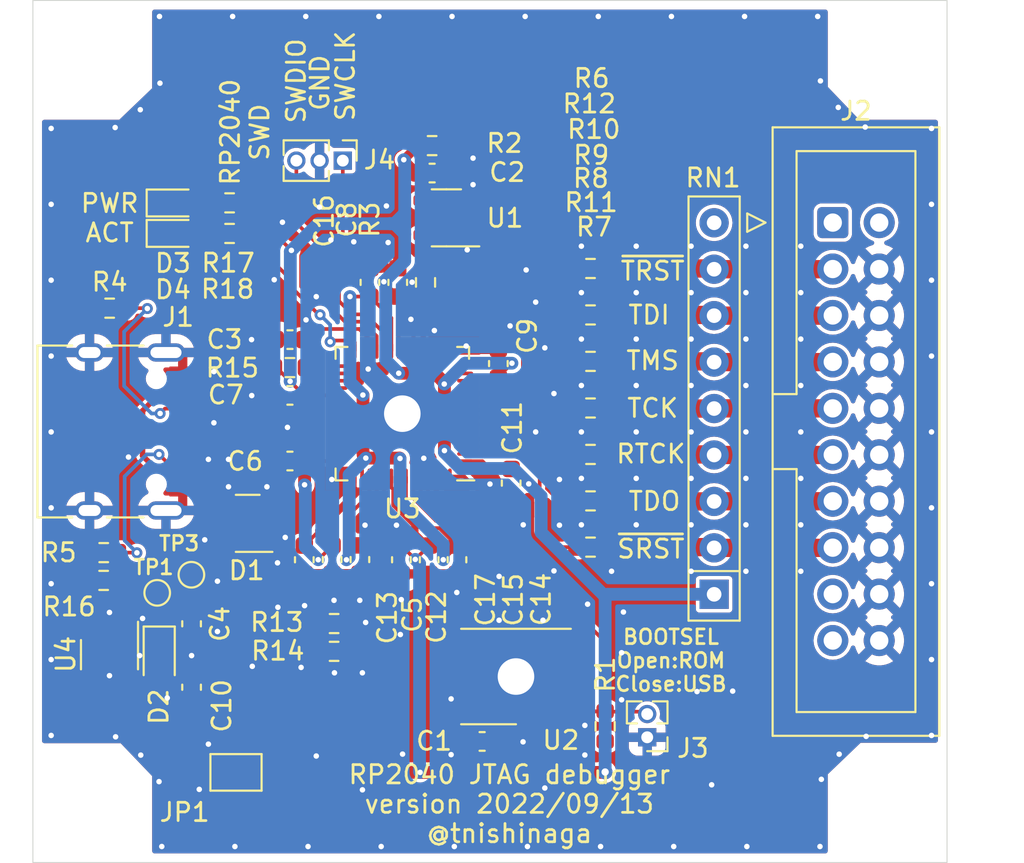
<source format=kicad_pcb>
(kicad_pcb (version 20221018) (generator pcbnew)
  (layers (0 "F.Cu" signal) (31 "B.Cu" signal) (34 "B.Paste" user) (35 "F.Paste" user) (36 "B.SilkS" user "B.Silkscreen") (37 "F.SilkS" user "F.Silkscreen") (38 "B.Mask" user) (39 "F.Mask" user) (44 "Edge.Cuts" user))
  (net 0 "")
  (net 1 "GND")
  (net 2 "+3.3V")
  (net 3 "Net-(U3-RUN)")
  (net 4 "+5V")
  (net 5 "Net-(D3-A)")
  (net 6 "+1V1")
  (net 7 "/D+")
  (net 8 "/D-")
  (net 9 "Net-(D4-A)")
  (net 10 "Net-(J1-CC1)")
  (net 12 "Net-(J1-CC2)")
  (net 15 "/QSPI_CSN")
  (net 17 "Net-(J2-~{TRST})")
  (net 18 "Net-(J2-TDI)")
  (net 19 "Net-(J2-TMS{slash}SWDIO)")
  (net 20 "Net-(J2-TCK{slash}SWDCLK)")
  (net 21 "/VO")
  (net 22 "Net-(J2-RTCK)")
  (net 23 "/RD-")
  (net 24 "/RD+")
  (net 25 "/~{TRST}")
  (net 26 "/LED")
  (net 27 "/~{SRST}")
  (net 28 "Net-(J2-TDO{slash}SWO)")
  (net 29 "/XIN")
  (net 30 "/TCK_SWCLK")
  (net 31 "/TMS_SWDIO")
  (net 32 "/TDO_SWO")
  (net 33 "/TDI")
  (net 34 "Net-(J2-~{SRST})")
  (net 35 "/QSPI_SD1")
  (net 36 "/QSPI_SD2")
  (net 37 "/QSPI_SD0")
  (net 38 "/QSPI_SCLK")
  (net 39 "/QSPI_SD3")
  (net 40 "/RTCK")
  (net 41 "/SWCLK")
  (net 42 "/SWDIO")
  (net 45 "Net-(U1-OE)")
  (net 46 "Net-(U1-OUT)")
  (net 47 "Net-(U4-EN)")
  (footprint "MountingHole:MountingHole_3mm" (layer "F.Cu") (at 103.25 53.25)
    (fp_text reference "H1" hide)
    (fp_text value "MountingHole" hide)
  )
  (footprint "MountingHole:MountingHole_3mm" (layer "F.Cu") (at 146.75 93.9)
    (fp_text reference "H2" hide)
    (fp_text value "MountingHole" hide)
  )
  (footprint "MountingHole:MountingHole_3mm" (layer "F.Cu") (at 103.25 93.9)
    (fp_text reference "H3" hide)
    (fp_text value "MountingHole" hide)
  )
  (footprint "MountingHole:MountingHole_3mm" (layer "F.Cu") (at 146.75 53.25)
    (fp_text reference "H4" hide)
    (fp_text value "MountingHole" hide)
  )
  (footprint "Connector_IDC:IDC-Header_2x10_P2.54mm_Vertical" (layer "F.Cu") (at 143.75 62.15)
    (fp_text reference "J2")
    (fp_text value "Conn_ARM_JTAG_SWD_20")
  )
  (footprint "Resistor_SMD:R_0603_1608Metric" (layer "F.Cu") (at 103.875 80.2)
    (fp_text reference "R5")
    (fp_text value "5.1k")
  )
  (footprint "Capacitor_SMD:C_0603_1608Metric" (layer "F.Cu") (at 108.68 87.5625 90)
    (fp_text reference "C10")
    (fp_text value "10uF")
  )
  (footprint "Connector_PinHeader_1.27mm:PinHeader_1x03_P1.27mm_Vertical" (layer "F.Cu") (at 116.951 58.76 -90)
    (fp_text reference "J4")
    (fp_text value "SWD")
  )
  (footprint "Capacitor_SMD:C_0603_1608Metric" (layer "F.Cu") (at 117.886487 80.58 -90)
    (fp_text reference "C12")
    (fp_text value "1uF")
  )
  (footprint "Resistor_SMD:R_0603_1608Metric" (layer "F.Cu") (at 116.475 84.08 180)
    (fp_text reference "R13")
    (fp_text value "27")
  )
  (footprint "Resistor_SMD:R_0603_1608Metric" (layer "F.Cu") (at 121.836 57.94 180)
    (fp_text reference "R2")
    (fp_text value "10k")
  )
  (footprint "Resistor_SMD:R_0603_1608Metric" (layer "F.Cu") (at 116.475 85.6 180)
    (fp_text reference "R14")
    (fp_text value "27")
  )
  (footprint "rp2040:RP2040_QFN56_HandSolderHack" (layer "F.Cu") (at 120.206 72.6 180)
    (fp_text reference "U3")
    (fp_text value "RP2040")
  )
  (footprint "Package_TO_SOT_SMD:SOT-143" (layer "F.Cu") (at 111.75 78.6 180)
    (fp_text reference "D1")
    (fp_text value "PRTR5V0U2X")
  )
  (footprint "Resistor_SMD:R_0603_1608Metric" (layer "F.Cu") (at 110.76 62.744 180)
    (fp_text reference "R18")
    (fp_text value "1k")
  )
  (footprint "Diode_SMD:D_0603_1608Metric" (layer "F.Cu") (at 107.71 62.74)
    (fp_text reference "D4")
    (fp_text value "GREEN")
  )
  (footprint "Connector_PinHeader_1.27mm:PinHeader_1x02_P1.27mm_Vertical" (layer "F.Cu") (at 133.6 90.3 180)
    (fp_text reference "J3")
    (fp_text value "BOOT")
  )
  (footprint "Capacitor_SMD:C_0603_1608Metric" (layer "F.Cu") (at 123.196 80.59 -90)
    (fp_text reference "C14")
    (fp_text value "0.1uF")
  )
  (footprint "Diode_SMD:D_0603_1608Metric" (layer "F.Cu") (at 107.71 61.076)
    (fp_text reference "D3")
    (fp_text value "RED")
  )
  (footprint "Resistor_THT:R_Array_SIP9" (layer "F.Cu") (at 137.26 82.48 90)
    (fp_text reference "RN1")
    (fp_text value "R_Network08")
  )
  (footprint "Capacitor_SMD:C_0603_1608Metric" (layer "F.Cu") (at 114.846 80.59 -90)
    (fp_text reference "C13")
    (fp_text value "0.1uF")
  )
  (footprint "Connector_USB:USB_C_Receptacle_HRO_TYPE-C-31-M-12" (layer "F.Cu") (at 104.15 73.575 -90)
    (fp_text reference "J1")
    (fp_text value "USB_C_Receptacle_USB2.0")
  )
  (footprint "Resistor_SMD:R_0603_1608Metric" (layer "F.Cu") (at 103.87 81.72 180)
    (fp_text reference "R16")
    (fp_text value "10k")
  )
  (footprint "Resistor_SMD:R_0603_1608Metric" (layer "F.Cu") (at 114.06 70.08)
    (fp_text reference "R15")
    (fp_text value "100k")
  )
  (footprint "Package_SON:WSON-8-1EP_6x5mm_P1.27mm_EP3.4x4.3mm" (layer "F.Cu") (at 126.4225 86.9775 180)
    (fp_text reference "U2")
    (fp_text value "W25Q16JVZPIM")
  )
  (footprint "Capacitor_SMD:C_0603_1608Metric" (layer "F.Cu") (at 114.06 71.6 180)
    (fp_text reference "C7")
    (fp_text value "0.1uF")
  )
  (footprint "Package_TO_SOT_SMD:SOT-23-5" (layer "F.Cu") (at 104.19 85.7825 -90)
    (fp_text reference "U4")
    (fp_text value "TCR3UF33ALM")
  )
  (footprint "Resistor_SMD:R_0603_1608Metric" (layer "F.Cu") (at 130.5 74.83)
    (fp_text reference "R8")
    (fp_text value "0")
  )
  (footprint "Resistor_SMD:R_0603_1608Metric" (layer "F.Cu") (at 121.476 65.42 -90)
    (fp_text reference "R3")
    (fp_text value "0")
  )
  (footprint "Capacitor_SMD:C_0603_1608Metric" (layer "F.Cu") (at 116.366487 80.58 -90)
    (fp_text reference "C5")
    (fp_text value "1uF")
  )
  (footprint "Resistor_SMD:R_0603_1608Metric" (layer "F.Cu") (at 130.5 79.9)
    (fp_text reference "R7")
    (fp_text value "0")
  )
  (footprint "Capacitor_SMD:C_0603_1608Metric" (layer "F.Cu") (at 121.676 80.59 -90)
    (fp_text reference "C15")
    (fp_text value "0.1uF")
  )
  (footprint "Resistor_SMD:R_0603_1608Metric" (layer "F.Cu") (at 130.5 67.2)
    (fp_text reference "R12")
    (fp_text value "0")
  )
  (footprint "Capacitor_SMD:C_0603_1608Metric" (layer "F.Cu") (at 124.5725 90.5275)
    (fp_text reference "C1")
    (fp_text value "0.1uF")
  )
  (footprint "Capacitor_SMD:C_0603_1608Metric" (layer "F.Cu") (at 121.836 59.44)
    (fp_text reference "C2")
    (fp_text value "0.1uF")
  )
  (footprint "Resistor_SMD:R_0603_1608Metric" (layer "F.Cu") (at 130.5 69.74)
    (fp_text reference "R10")
    (fp_text value "0")
  )
  (footprint "Capacitor_SMD:C_0603_1608Metric" (layer "F.Cu") (at 118.436 65.42 90)
    (fp_text reference "C16")
    (fp_text value "0.1uF")
  )
  (footprint "Capacitor_SMD:C_0603_1608Metric" (layer "F.Cu") (at 114.06 68.55 180)
    (fp_text reference "C3")
    (fp_text value "0.1uF")
  )
  (footprint "Jumper:SolderJumper-2_P1.3mm_Bridged_Pad1.0x1.5mm" (layer "F.Cu") (at 111.11 92.22)
    (fp_text reference "JP1")
    (fp_text value "Power draw check point")
  )
  (footprint "TestPoint:TestPoint_Pad_D1.0mm" (layer "F.Cu") (at 106.8 82.4)
    (fp_text reference "TP1")
    (fp_text value "TestPoint")
  )
  (footprint "Resistor_SMD:R_0603_1608Metric" (layer "F.Cu") (at 130.5 77.37)
    (fp_text reference "R11")
    (fp_text value "0")
  )
  (footprint "Capacitor_SMD:C_0603_1608Metric" (layer "F.Cu") (at 126.16 76.4 -90)
    (fp_text reference "C11")
    (fp_text value "0.1uF")
  )
  (footprint "Resistor_SMD:R_0603_1608Metric" (layer "F.Cu") (at 104.2 66.83)
    (fp_text reference "R4")
    (fp_text value "5.1k")
  )
  (footprint "Resistor_SMD:R_0603_1608Metric" (layer "F.Cu") (at 130.5 64.66)
    (fp_text reference "R6")
    (fp_text value "0")
  )
  (footprint "Capacitor_SMD:C_0603_1608Metric" (layer "F.Cu") (at 120.156 80.59 -90)
    (fp_text reference "C17")
    (fp_text value "0.1uF")
  )
  (footprint "Diode_SMD:D_SOD-323" (layer "F.Cu") (at 106.91 85.8525 -90)
    (fp_text reference "D2")
    (fp_text value "CUHS20S30")
  )
  (footprint "TestPoint:TestPoint_Pad_D1.0mm" (layer "F.Cu") (at 108.67 81.41 180)
    (fp_text reference "TP3")
    (fp_text value "TestPoint" hide)
  )
  (footprint "Capacitor_SMD:C_0603_1608Metric" (layer "F.Cu") (at 114.06 75.19 180)
    (fp_text reference "C6")
    (fp_text value "0.1uF")
  )
  (footprint "Resistor_SMD:R_0603_1608Metric" (layer "F.Cu") (at 131.3 89.7 -90)
    (fp_text reference "R1")
    (fp_text value "10k")
  )
  (footprint "Resistor_SMD:R_0603_1608Metric" (layer "F.Cu") (at 110.76 61.07 180)
    (fp_text reference "R17")
    (fp_text value "1k")
  )
  (footprint "Capacitor_SMD:C_0603_1608Metric" (layer "F.Cu") (at 119.956 65.42 90)
    (fp_text reference "C8")
    (fp_text value "0.1uF")
  )
  (footprint "Resistor_SMD:R_0603_1608Metric" (layer "F.Cu") (at 130.5 72.29)
    (fp_text reference "R9")
    (fp_text value "0")
  )
  (footprint "Package_TO_SOT_SMD:SOT-23-5" (layer "F.Cu") (at 122.616 61.89 180)
    (fp_text reference "U1")
    (fp_text value "SIT2001B")
  )
  (footprint "Capacitor_SMD:C_0603_1608Metric" (layer "F.Cu") (at 108.68 84.0925 -90)
    (fp_text reference "C4")
    (fp_text value "10uF")
  )
  (footprint "Capacitor_SMD:C_0603_1608Metric" (layer "F.Cu") (at 125.46 69.86 90)
    (fp_text reference "C9")
    (fp_text value "0.1uF")
  )
  (gr_line (start 100 50) (end 100 97.15) (stroke (width 0.05)) (layer "Edge.Cuts"))
  (gr_line (start 150 97.15) (end 100 97.15) (stroke (width 0.05)) (layer "Edge.Cuts"))
  (gr_line (start 150 50) (end 150 97.15) (stroke (width 0.05)) (layer "Edge.Cuts"))
  (gr_line (start 150 50) (end 100 50) (stroke (width 0.05)) (layer "Edge.Cuts"))
  (gr_text "RP2040 JTAG debugger\nversion 2022/09/13\n@tnishinaga" (at 126.06 93.95) (layer "F.SilkS") (effects (font (size 1 1))))
  (gr_text "TDI" (at 133.7 67.2) (layer "F.SilkS") (effects (font (size 1 1))))
  (gr_text "TCK" (at 133.9 72.3) (layer "F.SilkS") (effects (font (size 1 1))))
  (gr_text "~{SRST}" (at 133.8 80) (layer "F.SilkS") (effects (font (size 1 1))))
  (gr_text "RTCK" (at 133.8 74.8) (layer "F.SilkS") (effects (font (size 1 1))))
  (gr_text "BOOTSEL\nOpen:ROM\nClose:USB" (at 134.9 86.1) (layer "F.SilkS") (effects (font (size 0.8 0.8))))
  (gr_text "TDO" (at 134 77.39) (layer "F.SilkS") (effects (font (size 1 1))))
  (gr_text "GND" (at 115.7 54.5 90) (layer "F.SilkS") (effects (font (size 1 1))))
  (gr_text "SWCLK" (at 117.09 54.13 90) (layer "F.SilkS") (effects (font (size 1 1))))
  (gr_text "SWDIO" (at 114.4 54.4 90) (layer "F.SilkS") (effects (font (size 1 1))))
  (gr_text "RP2040\nSWD" (at 111.6 57.2 90) (layer "F.SilkS") (effects (font (size 1 1))))
  (gr_text "~{TRST}" (at 133.9 64.8) (layer "F.SilkS") (effects (font (size 1 1))))
  (gr_text "TMS" (at 133.9 69.7) (layer "F.SilkS") (effects (font (size 1 1))))
  (gr_text "PWR\nACT" (at 104.2 61.9) (layer "F.SilkS") (effects (font (size 1 1))))
  (segment (start 120.15 82.77) (end 120.156 82.776) (width 1) (layer "F.Cu") (net 1))
  (segment (start 120.156 84.641056) (end 120.117056 84.68) (width 1) (layer "F.Cu") (net 1))
  (segment (start 114.68 86.47) (end 114.67 86.48) (width 1) (layer "F.Cu") (net 1))
  (segment (start 126.7875 90.5275) (end 126.81 90.55) (width 0.5) (layer "F.Cu") (net 1))
  (segment (start 120.156 82.764) (end 120.15 82.77) (width 1) (layer "F.Cu") (net 1))
  (segment (start 105.84 85.8325) (end 105.83 85.8425) (width 0.5) (layer "F.Cu") (net 1))
  (segment (start 119.956 64.645) (end 119.975 64.645) (width 0.2) (layer "F.Cu") (net 1))
  (segment (start 113.285 71.6) (end 111.98 71.6) (width 0.2) (layer "F.Cu") (net 1))
  (segment (start 125.3475 88.0525) (end 126.4225 86.9775) (width 0.5) (layer "F.Cu") (net 1))
  (segment (start 129.1225 85.0725) (end 128.1775 85.0725) (width 0.5) (layer "F.Cu") (net 1))
  (segment (start 122.476 62.92) (end 122.476 60.45) (width 0.2) (layer "F.Cu") (net 1))
  (segment (start 117.88 82.81) (end 116.47 82.81) (width 1) (layer "F.Cu") (net 1))
  (segment (start 128.1775 85.0725) (end 126.4225 86.8275) (width 0.5) (layer "F.Cu") (net 1))
  (segment (start 108.68 86.7875) (end 108.68 85.8325) (width 0.2) (layer "F.Cu") (net 1))
  (segment (start 104.19 84.645) (end 104.19 85.79) (width 0.2) (layer "F.Cu") (net 1))
  (segment (start 108.68 84.8675) (end 108.68 85.8325) (width 0.2) (layer "F.Cu") (net 1))
  (segment (start 123.196 81.365) (end 123.196 82.37) (width 0.2) (layer "F.Cu") (net 1))
  (segment (start 120.117056 84.68) (end 120.1 84.68) (width 1) (layer "F.Cu") (net 1))
  (segment (start 108.195 76.825) (end 108.195 77.895) (width 0.5) (layer "F.Cu") (net 1))
  (segment (start 113.49 83.21) (end 113.46 83.18) (width 1) (layer "F.Cu") (net 1))
  (segment (start 112.75 79.35) (end 113.78425 79.35) (width 0.7) (layer "F.Cu") (net 1))
  (segment (start 123.7535 62.84) (end 122.486 62.84) (width 0.2) (layer "F.Cu") (net 1))
  (segment (start 120.1 84.697056) (end 120.1 84.68) (width 1) (layer "F.Cu") (net 1))
  (segment (start 111.98 71.6) (end 111.97 71.61) (width 0.2) (layer "F.Cu") (net 1))
  (segment (start 122.756 63.64) (end 122.476 63.36) (width 0.2) (layer "F.Cu") (net 1))
  (segment (start 120.156 82.776) (end 120.156 84.641056) (width 1) (layer "F.Cu") (net 1))
  (segment (start 121.206 68.535686) (end 121.687344 68.054342) (width 0.2) (layer "F.Cu") (net 1))
  (segment (start 104.19 84.645) (end 104.19 83.4725) (width 0.6) (layer "F.Cu") (net 1))
  (segment (start 113.78425 79.35) (end 113.802015 79.367765) (width 0.7) (layer "F.Cu") (net 1))
  (segment (start 125.375 77.175) (end 125 76.8) (width 0.2) (layer "F.Cu") (net 1))
  (segment (start 125.3475 90.5275) (end 125.3475 88.0525) (width 0.5) (layer "F.Cu") (net 1))
  (segment (start 125.3475 90.5275) (end 126.7875 90.5275) (width 0.5) (layer "F.Cu") (net 1))
  (segment (start 108.68 85.8325) (end 105.84 85.8325) (width 0.5) (layer "F.Cu") (net 1))
  (segment (start 121.206 69.1625) (end 121.206 68.535686) (width 0.2) (layer "F.Cu") (net 1))
  (segment (start 123.196 82.37) (end 123.186 82.38) (width 0.2) (layer "F.Cu") (net 1))
  (segment (start 109.8875 85.8325) (end 109.89 85.83) (width 0.3) (layer "F.Cu") (net 1))
  (segment (start 113.39 83.18) (end 113.39 83.11) (width 1) (layer "F.Cu") (net 1))
  (segment (start 117.5505 63.2) (end 118.1 63.2) (width 0.2) (layer "F.Cu") (net 1))
  (segment (start 122.486 62.84) (end 122.476 62.83) (width 0.2) (layer "F.Cu") (net 1))
  (segment (start 125 76.8) (end 125 76.45) (width 0.2) (layer "F.Cu") (net 1))
  (segment (start 126.16 77.175) (end 125.375 77.175) (width 0.2) (layer "F.Cu") (net 1))
  (segment (start 105.7725 85.9) (end 105.84 85.8325) (width 0.2) (layer "F.Cu") (net 1))
  (segment (start 114.86 83.1) (end 114.75 83.21) (width 1) (layer "F.Cu") (net 1))
  (segment (start 120.156 82.524) (end 120.156 81.365) (width 0.2) (layer "F.Cu") (net 1))
  (segment (start 110.094792 84.514792) (end 110.094792 81.763319) (width 1) (layer "F.Cu") (net 1))
  (segment (start 118.022056 86.775) (end 120.1 84.697056) (width 1) (layer "F.Cu") (net 1))
  (segment (start 112 86.42) (end 110.094792 84.514792) (width 1) (layer "F.Cu") (net 1))
  (segment (start 123.756 63.64) (end 122.756 63.64) (width 0.2) (layer "F.Cu") (net 1))
  (segment (start 112.05 86.47) (end 112 86.42) (width 1) (layer "F.Cu") (net 1))
  (segment (start 115.055 86.775) (end 114.75 86.47) (width 1) (layer "F.Cu") (net 1))
  (segment (start 114.66 86.47) (end 112.05 86.47) (width 1) (layer "F.Cu") (net 1))
  (segment (start 119.43 63.24) (end 119.526 63.24) (width 0.2) (layer "F.Cu") (net 1))
  (segment (start 108.68 85.8325) (end 109.8875 85.8325) (width 0.3) (layer "F.Cu") (net 1))
  (segment (start 122.476 63.36) (end 122.476 62.83) (width 0.2) (layer "F.Cu") (net 1))
  (segment (start 121.687344 68.054342) (end 121.959573 68.054342) (width 0.2) (layer "F.Cu") (net 1))
  (segment (start 119.526 63.24) (end 119.956 63.67) (width 0.2) (layer "F.Cu") (net 1))
  (segment (start 126.16 77.175) (end 126.975 77.175) (width 0.3) (layer "F.Cu") (net 1))
  (segment (start 104.19 85.79) (end 104.3 85.9) (width 0.2) (layer "F.Cu") (net 1))
  (segment (start 119.956 63.67) (end 119.956 64.645) (width 0.2) (layer "F.Cu") (net 1))
  (segment (start 113.285 68.55) (end 111.96 68.55) (width 0.2) (layer "F.Cu") (net 1))
  (segment (start 120.156 82.524) (end 120.156 82.764) (width 1) (layer "F.Cu") (net 1))
  (segment (start 116.495 86.775) (end 115.055 86.775) (width 1) (layer "F.Cu") (net 1))
  (segment (start 119.975 64.645) (end 120.74 65.41) (width 0.2) (layer "F.Cu") (net 1))
  (segment (start 113.39 83.11) (end 113.38 83.1) (width 1) (layer "F.Cu") (net 1))
  (segment (start 126.4225 86.8275) (end 126.4225 86.9775) (width 0.5) (layer "F.Cu") (net 1))
  (segment (start 108.195 77.895) (end 107.28 77.895) (width 0.5) (layer "F.Cu") (net 1))
  (segment (start 113.38 80.76) (end 113.39 80.82) (width 1) (layer "F.Cu") (net 1))
  (segment (start 118.1 63.2) (end 118.436 63.536) (width 0.2) (layer "F.Cu") (net 1))
  (segment (start 114.67 86.48) (end 114.66 86.47) (width 1) (layer "F.Cu") (net 1))
  (segment (start 114.86 83.1) (end 115.15 82.81) (width 1) (layer "F.Cu") (net 1))
  (segment (start 104.3 85.9) (end 105.7725 85.9) (width 0.2) (layer "F.Cu") (net 1))
  (segment (start 114.75 86.47) (end 114.68 86.47) (width 1) (layer "F.Cu") (net 1))
  (segment (start 116.495 86.775) (end 118.022056 86.775) (width 1) (layer "F.Cu") (net 1))
  (segment (start 114.75 83.21) (end 114.75 83.21) (width 1) (layer "F.Cu") (net 1))
  (segment (start 115.15 82.81) (end 116.47 82.81) (width 1) (layer "F.Cu") (net 1))
  (segment (start 122.611 59.44) (end 122.611 60.315) (width 0.2) (layer "F.Cu") (net 1))
  (segment (start 113.38 83.1) (end 113.38 80.76) (width 1) (layer "F.Cu") (net 1))
  (segment (start 114.75 83.21) (end 113.49 83.21) (width 1) (layer "F.Cu") (net 1))
  (segment (start 127.27 77.47) (end 127.27 78.23) (width 0.3) (layer "F.Cu") (net 1))
  (segment (start 127.27 78.23) (end 126.82 78.68) (width 0.3) (layer "F.Cu") (net 1))
  (segment (start 113.46 83.18) (end 113.39 83.18) (width 1) (layer "F.Cu") (net 1))
  (segment (start 126.975 77.175) (end 127.27 77.47) (width 0.3) (layer "F.Cu") (net 1))
  (segment (start 118.436 63.536) (end 118.436 64.645) (width 0.2) (layer "F.Cu") (net 1))
  (segment (start 122.611 60.315) (end 122.476 60.45) (width 0.2) (layer "F.Cu") (net 1))
  (via (at 123.186 82.38) (size 0.6) (drill 0.3) (layers "F.Cu" "B.Cu") (net 1))
  (via (at 142 63.44) (size 0.6) (drill 0.3) (layers "F.Cu" "B.Cu") (net 1))
  (via (at 104.19 86.93) (size 0.6) (drill 0.3) (layers "F.Cu" "B.Cu") (net 1))
  (via (at 128 69) (size 0.6) (drill 0.3) (layers "F.Cu" "B.Cu") (net 1))
  (via (at 101 57) (size 0.6) (drill 0.3) (layers "F.Cu" "B.Cu") (net 1))
  (via (at 113.925 73.35) (size 0.6) (drill 0.3) (layers "F.Cu" "B.Cu") (net 1))
  (via (at 109.9 70.3) (size 0.6) (drill 0.3) (layers "F.Cu" "B.Cu") (net 1))
  (via (at 118.022056 86.775) (size 0.6) (drill 0.3) (layers "F.Cu" "B.Cu") (net 1))
  (via (at 130 63.44) (size 0.6) (drill 0.3) (layers "F.Cu" "B.Cu") (net 1))
  (via (at 121.38 75.04) (size 0.6) (drill 0.3) (layers "F.Cu" "B.Cu") (net 1))
  (via (at 128.5 71.5) (size 0.6) (drill 0.3) (layers "F.Cu" "B.Cu") (net 1))
  (via (at 115.675 61.3) (size 0.6) (drill 0.3) (layers "F.Cu" "B.Cu") (net 1))
  (via (at 115.05 96.275) (size 0.6) (drill 0.3) (layers "F.Cu" "B.Cu") (net 1))
  (via (at 136.325 87.8) (size 0.6) (drill 0.3) (layers "F.Cu" "B.Cu") (net 1))
  (via (at 144.1 91.225) (size 0.6) (drill 0.3) (layers "F.Cu" "B.Cu") (net 1))
  (via (at 110.7 76.6) (size 0.6) (drill 0.3) (layers "F.Cu" "B.Cu") (net 1))
  (via (at 127.05 96.275) (size 0.6) (drill 0.3) (layers "F.Cu" "B.Cu") (net 1))
  (via (at 139 71.06) (size 0.6) (drill 0.3) (layers "F.Cu" "B.Cu") (net 1))
  (via (at 104.5 56.95) (size 0.6) (drill 0.3) (layers "F.Cu" "B.Cu") (net 1))
  (via (at 120.1 84.68) (size 0.6) (drill 0.3) (layers "F.Cu" "B.Cu") (net 1))
  (via (at 149.15 73.6) (size 0.6) (drill 0.3) (layers "F.Cu" "B.Cu") (net 1))
  (via (at 136 81.22) (size 0.6) (drill 0.3) (layers "F.Cu" "B.Cu") (net 1))
  (via (at 101 65.3) (size 0.6) (drill 0.3) (layers "F.Cu" "B.Cu") (net 1))
  (via (at 127.5 66.5) (size 0.6) (drill 0.3) (layers "F.Cu" "B.Cu") (net 1))
  (via (at 138.275 87.775) (size 0.6) (drill 0.3) (layers "F.Cu" "B.Cu") (net 1))
  (via (at 139 63.44) (size 0.6) (drill 0.3) (layers "F.Cu" "B.Cu") (net 1))
  (via (at 137.125 92.9) (size 0.6) (drill 0.3) (layers "F.Cu" "B.Cu") (net 1))
  (via (at 143.125 92.6) (size 0.6) (drill 0.3) (layers "F.Cu" "B.Cu") (net 1))
  (via (at 107.05 96.275) (size 0.6) (drill 0.3) (layers "F.Cu" "B.Cu") (net 1))
  (via (at 110.925 50.875) (size 0.6) (drill 0.3) (layers "F.Cu" "B.Cu") (net 1))
  (via (at 117.5505 63.2) (size 0.6) (drill 0.3) (layers "F.Cu" "B.Cu") (net 1))
  (via (at 109.9 73.1) (size 0.6) (drill 0.3) (layers "F.Cu" "B.Cu") (net 1))
  (via (at 119.336 61.24) (size 0.6) (drill 0.3) (layers "F.Cu" "B.Cu") (net 1))
  (via (at 105.84 85.8325) (size 0.6) (drill 0.3) (layers "F.Cu" "B.Cu") (net 1))
  (via (at 125.5 83.9) (size 0.6) (drill 0.3) (layers "F.Cu" "B.Cu") (net 1))
  (via (at 109.1 93.15) (size 0.6) (drill 0.3) (layers "F.Cu" "B.Cu") (net 1))
  (via (at 126.81 90.55) (size 0.6) (drill 0.3) (layers "F.Cu" "B.Cu") (net 1))
  (via (at 101 86.05) (size 0.6) (drill 0.3) (layers "F.Cu" "B.Cu") (net 1))
  (via (at 127.9 83.9) (size 0.6) (drill 0.3) (layers "F.Cu" "B.Cu") (net 1))
  (via (at 133 73.6) (size 0.6) (drill 0.3) (layers "F.Cu" "B.Cu") (net 1))
  (via (at 121.959573 68.054342) (size 0.6) (drill 0.3) (layers "F.Cu" "B.Cu") (net 1))
  (via (at 123.7 68.9) (size 0.6) (drill 0.3) (layers "F.Cu" "B.Cu") (net 1))
  (via (at 130.925 50.875) (size 0.6) (drill 0.3) (layers "F.Cu" "B.Cu") (net 1))
  (via (at 139 81.22) (size 0.6) (drill 0.3) (layers "F.Cu" "B.Cu") (net 1))
  (via (at 144.05 55.85) (size 0.6) (drill 0.3) (layers "F.Cu" "B.Cu") (net 1))
  (via (at 130 71.06) (size 0.6) (drill 0.3) (layers "F.Cu" "B.Cu") (net 1))
  (via (at 149.15 86.05) (size 0.6) (drill 0.3) (layers "F.Cu" "B.Cu") (net 1))
  (via (at 130 68.52) (size 0.6) (drill 0.3) (layers "F.Cu" "B.Cu") (net 1))
  (via (at 111.05 96.275) (size 0.6) (drill 0.3) (layers "F.Cu" "B.Cu") (net 1))
  (via (at 130 65.98) (size 0.6) (drill 0.3) (layers "F.Cu" "B.Cu") (net 1))
  (via (at 136 78.68) (size 0.6) (drill 0.3) (layers "F.Cu" "B.Cu") (net 1))
  (via (at 101 81.9) (size 0.6) (drill 0.3) (layers "F.Cu" "B.Cu") (net 1))
  (via (at 108.68 85.8325) (size 0.6) (drill 0.3) (layers "F.Cu" "B.Cu") (net 1))
  (via (at 113.4 83.19) (size 0.6) (drill 0.3) (layers "F.Cu" "B.Cu") (net 1))
  (via (at 111.96 68.55) (size 0.6) (drill 0.3) (layers "F.Cu" "B.Cu") (net 1))
  (via (at 106 83.8) (size 0.6) (drill 0.3) (layers "F.Cu" "B.Cu") (net 1))
  (via (at 126.98 64.74) (size 0.6) (drill 0.3) (layers "F.Cu" "B.Cu") (net 1))
  (via (at 126.925 50.875) (size 0.6) (drill 0.3) (layers "F.Cu" "B.Cu") (net 1))
  (via (at 123.05 96.275) (size 0.6) (drill 0.3) (layers "F.Cu" "B.Cu") (net 1))
  (via (at 112 86.42) (size 0.6) (drill 0.3) (layers "F.Cu" "B.Cu") (net 1))
  (via (at 142 71.06) (size 0.6) (drill 0.3) (layers "F.Cu" "B.Cu") (net 1))
  (via (at 109.4 79.5) (size 0.6) (drill 0.3) (layers "F.Cu" "B.Cu") (net 1))
  (via (at 128.5 81.2) (size 0.6) (drill 0.3) (layers "F.Cu" "B.Cu") (net 1))
  (via (at 133 78.68) (size 0.6) (drill 0.3) (layers "F.Cu" "B.Cu") (net 1))
  (via (at 142 65.98) (size 0.6) (drill 0.3) (layers "F.Cu" "B.Cu") (net 1))
  (via (at 128.8 76.2) (size 0.6) (drill 0.3) (layers "F.Cu" "B.Cu") (net 1))
  (via (at 118.166 78.7) (size 0.6) (drill 0.3) (layers "F.Cu" "B.Cu") (net 1))
  (via (at 136 76.14) (size 0.6) (drill 0.3) (layers "F.Cu" "B.Cu") (net 1))
  (via (at 119.43 63.24) (size 0.6) (drill 0.3) (layers "F.Cu" "B.Cu") (net 1))
  (via (at 114.925 50.875) (size 0.6) (drill 0.3) (layers "F.Cu" "B.Cu") (net 1))
  (via (at 105.875 55.975) (size 0.6) (drill 0.3) (layers "F.Cu" "B.Cu") (net 1))
  (via (at 130 73.6) (size 0.6) (drill 0.3) (layers "F.Cu" "B.Cu") (net 1))
  (via (at 139.05 96.275) (size 0.6) (drill 0.3) (layers "F.Cu" "B.Cu") (net 1))
  (via (at 126.4225 86.9775) (size 3) (drill 2) (layers "F.Cu" "B.Cu") (net 1))
  (via (at 136 63.44) (size 0.6) (drill 0.3) (layers "F.Cu" "B.Cu") (net 1))
  (via (at 120.15 82.77) (size 0.6) (drill 0.3) (layers "F.Cu" "B.Cu") (net 1))
  (via (at 104.525 90.275) (size 0.6) (drill 0.3) (layers "F.Cu" "B.Cu") (net 1))
  (via (at 149.15 57) (size 0.6) (drill 0.3) (layers "F.Cu" "B.Cu") (net 1))
  (via (at 145.575 90.25) (size 0.6) (drill 0.3) (layers "F.Cu" "B.Cu") (net 1))
  (via (at 113.65 62.13) (size 0.6) (drill 0.3) (layers "F.Cu" "B.Cu") (net 1))
  (via (at 139 65.98) (size 0.6) (drill 0.3) (layers "F.Cu" "B.Cu") (net 1))
  (via (at 132.2 88.25) (size 0.6) (drill 0.3) (layers "F.Cu" "B.Cu") (net 1))
  (via (at 122.875 91.25) (size 0.6) (drill 0.3) (layers "F.Cu" "B.Cu") (net 1))
  (via (at 106.925 50.875) (size 0.6) (drill 0.3) (layers "F.Cu" "B.Cu") (net 1))
  (via (at 115.5 66.2) (size 0.6) (drill 0.3) (layers "F.Cu" "B.Cu") (net 1))
  (via (at 131.05 96.275) (size 0.6) (drill 0.3) (layers "F.Cu" "B.Cu") (net 1))
  (via (at 142 81.22) (size 0.6) (drill 0.3) (layers "F.Cu" "B.Cu") (net 1))
  (via (at 105.228957 74.973221) (size 0.6) (drill 0.3) (layers "F.Cu" "B.Cu") (net 1))
  (via (at 116.35 76.2) (size 0.6) (drill 0.3) (layers "F.Cu" "B.Cu") (net 1))
  (via (at 118.025 93.175) (size 0.6) (drill 0.3) (layers "F.Cu" "B.Cu") (net 1))
  (via (at 142 76.14) (size 0.6) (drill 0.3) (layers "F.Cu" "B.Cu") (net 1))
  (via (at 126.82 78.68) (size 0.6) (drill 0.3) (layers "F.Cu" "B.Cu") (net 1))
  (via (at 113.802015 79.367765) (size 0.6) (drill 0.3) (layers "F.Cu" "B.Cu") (net 1))
  (via (at 113.2 65.275) (size 0.6) (drill 0.3) (layers "F.Cu" "B.Cu") (net 1))
  (via (at 110.094792 81.763319) (size 0.6) (drill 0.3) (layers "F.Cu" "B.Cu") (net 1))
  (via (at 120.74 65.41) (size 0.6) (drill 0.3) (layers "F.Cu" "B.Cu") (net 1))
  (via (at 143.075 54.4) (size 0.6) (drill 0.3) (layers "F.Cu" "B.Cu") (net 1))
  (via (at 132.3 83.45) (size 0.6) (drill 0.3) (layers "F.Cu" "B.Cu") (net 1))
  (via (at 101 90.2) (size 0.6) (drill 0.3) (layers "F.Cu" "B.Cu") (net 1))
  (via (at 126.1 67.8) (size 0.6) (drill 0.3) (layers "F.Cu" "B.Cu") (net 1))
  (via (at 128.8 78.7) (size 0.6) (drill 0.3) (layers "F.Cu" "B.Cu") (net 1))
  (via (at 123.756 63.64) (size 0.6) (drill 0.3) (layers "F.Cu" "B.Cu") (net 1))
  (via (at 139 68.52) (size 0.6) (drill 0.3) (layers "F.Cu" "B.Cu") (net 1))
  (via (at 116.3 63.1) (size 0.6) (drill 0.3) (layers "F.Cu" "B.Cu") (net 1))
  (via (at 118.2 84.02) (size 0.6) (drill 0.3) (layers "F.Cu" "B.Cu") (net 1))
  (via (at 114.94 67.47) (size 0.6) (drill 0.3) (layers "F.Cu" "B.Cu") (net 1))
  (via (at 104.19 83.4725) (size 0.6) (drill 0.3) (layers "F.Cu" "B.Cu") (net 1))
  (via (at 134.925 50.875) (size 0.6) (drill 0.3) (layers "F.Cu" "B.Cu") (net 1))
  (via (at 122.875 88.2) (size 0.6) (drill 0.3) (layers "F.Cu" "B.Cu") (net 1))
  (via (at 101 61.15) (size 0.6) (drill 0.3) (layers "F.Cu" "B.Cu") (net 1))
  (via (at 119.05 96.275) (size 0.6) (drill 0.3) (layers "F.Cu" "B.Cu") (net 1))
  (via (at 139 76.14) (size 0.6) (drill 0.3) (layers "F.Cu" "B.Cu") (net 1))
  (via (at 110.7 75.1) (size 0.6) (drill 0.3) (layers "F.Cu" "B.Cu") (net 1))
  (via (at 101 69.45) (size 0.6) (drill 0.3) (layers "F.Cu" "B.Cu") (net 1))
  (via (at 110.094792 84.514792) (size 0.6) (drill 0.3) (layers "F.Cu" "B.Cu") (net 1))
  (via (at 133 76.14) (size 0.6) (drill 0.3) (layers "F.Cu" "B.Cu") (net 1))
  (via (at 136 65.98) (size 0.6) (drill 0.3) (layers "F.Cu" "B.Cu") (net 1))
  (via (at 109.6 90.675) (size 0.6) (drill 0.3) (layers "F.Cu" "B.Cu") (net 1))
  (via (at 130 78.68) (size 0.6) (drill 0.3) (layers "F.Cu" "B.Cu") (net 1))
  (via (at 118.34 70.16) (size 0.6) (drill 0.3) (layers "F.Cu" "B.Cu") (net 1))
  (via (at 130.19 89.65) (size 0.6) (drill 0.3) (layers "F.Cu" "B.Cu") (net 1))
  (via (at 118.925 50.875) (size 0.6) (drill 0.3) (layers "F.Cu" "B.Cu") (net 1))
  (via (at 124.075 58.625) (size 0.6) (drill 0.3) (layers "F.Cu" "B.Cu") (net 1))
  (via (at 122.925 50.875) (size 0.6) (drill 0.3) (layers "F.Cu" "B.Cu") (net 1))
  (via (at 136 71.06) (size 0.6) (drill 0.3) (layers "F.Cu" "B.Cu") (net 1))
  (via (at 142 73.6) (size 0.6) (drill 0.3) (layers "F.Cu" "B.Cu") (net 1))
  (via (at 128 93.075) (size 0.6) (drill 0.3) (layers "F.Cu" "B.Cu") (net 1))
  (via (at 133 65.98) (size 0.6) (drill 0.3) (layers "F.Cu" "B.Cu") (net 1))
  (via (at 119.886 78.7) (size 0.6) (drill 0.3) (layers "F.Cu" "B.Cu") (net 1))
  (via (at 143.05 96.275) (size 0.6) (drill 0.3) (layers "F.Cu" "B.Cu") (net 1))
  (via (at 139 73.6) (size 0.6) (drill 0.3) (layers "F.Cu" "B.Cu") (net 1))
  (via (at 111.97 71.61) (size 0.6) (drill 0.3) (layers "F.Cu" "B.Cu") (net 1))
  (via (at 142 68.52) (size 0.6) (drill 0.3) (layers "F.Cu" "B.Cu") (net 1))
  (via (at 145.525 56.925) (size 0.6) (drill 0.3) (layers "F.Cu" "B.Cu") (net 1))
  (via (at 149.15 81.9) (size 0.6) (drill 0.3) (layers "F.Cu" "B.Cu") (net 1))
  (via (at 116.47 82.81) (size 0.6) (drill 0.3) (layers "F.Cu" "B.Cu") (net 1))
  (via (at 109.6 75.1) (size 0.6) (drill 0.3) (layers "F.Cu" "B.Cu") (net 1))
  (via (at 136 68.52) (size 0.6) (drill 0.3) (layers "F.Cu" "B.Cu") (net 1))
  (via (at 125 76.45) (size 0.6) (drill 0.3) (layers "F.Cu" "B.Cu") (net 1))
  (via (at 101 77.75) (size 0.6) (drill 0.3) (layers "F.Cu" "B.Cu") (net 1))
  (via (at 106.9 92.725) (size 0.6) (drill 0.3) (layers "F.Cu" "B.Cu") (net 1))
  (via (at 117.88 82.81) (size 0.6) (drill 0.3) (layers "F.Cu" "B.Cu") (net 1))
  (via (at 130.19 91.27) (size 0.6) (drill 0.3) (layers "F.Cu" "B.Cu") (net 1))
  (via (at 120.22 91.22) (size 0.6) (drill 0.3) (layers "F.Cu" "B.Cu") (net 1))
  (via (at 149.15 69.45) (size 0.6) (drill 0.3) (layers "F.Cu" "B.Cu") (net 1))
  (via (at 125.5 81.5) (size 0.6) (drill 0.3) (layers "F.Cu" "B.Cu") (net 1))
  (via (at 149.15 77.75) (size 0.6) (drill 0.3) (layers "F.Cu" "B.Cu") (net 1))
  (via (at 130.34 83.02) (size 0.6) (drill 0.3) (layers "F.Cu" "B.Cu") (net 1))
  (via (at 114.67 86.48) (size 0.6) (drill 0.3) (layers "F.Cu" "B.Cu") (net 1))
  (via (at 115.5 91.325) (size 0.6) (drill 0.3) (layers "F.Cu" "B.Cu") (net 1))
  (via (at 107.35 88.15) (size 0.6) (drill 0.3) (layers "F.Cu" "B.Cu") (net 1))
  (via (at 105.9 91.275) (size 0.6) (drill 0.3) (layers "F.Cu" "B.Cu") (net 1))
  (via (at 149.15 61.15) (size 0.6) (drill 0.3) (layers "F.Cu" "B.Cu") (net 1))
  (via (at 133 63.44) (size 0.6) (drill 0.3) (layers "F.Cu" "B.Cu") (net 1))
  (via (at 131.65 81.22) (size 0.6) (drill 0.3) (layers "F.Cu" "B.Cu") (net 1))
  (via (at 113.38 80.76) (size 0.6) (drill 0.3) (layers "F.Cu" "B.Cu") (net 1))
  (via (at 142.925 50.875) (size 0.6) (drill 0.3) (layers "F.Cu" "B.Cu") (net 1))
  (via (at 135.05 96.275) (size 0.6) (drill 0.3) (layers "F.Cu" "B.Cu") (net 1))
  (via (at 149.15 90.2) (size 0.6) (drill 0.3) (layers "F.Cu" "B.Cu") (net 1))
  (via (at 116.495 86.775) (size 0.6) (drill 0.3) (layers "F.Cu" "B.Cu") (net 1))
  (via (at 136 73.6) (size 0.6) (drill 0.3) (layers "F.Cu" "B.Cu") (net 1))
  (via (at 120.676 67.44) (size 0.6) (drill 0.3) (layers "F.Cu" "B.Cu") (net 1))
  (via (at 114.86 83.1) (size 0.6) (drill 0.3) (layers "F.Cu" "B.Cu") (net 1))
  (via (at 133 71.06) (size 0.6) (drill 0.3) (layers "F.Cu" "B.Cu") (net 1))
  (via (at 149.15 65.3) (size 0.6) (drill 0.3) (layers "F.Cu" "B.Cu") (net 1))
  (via (at 139 78.68) (size 0.6) (drill 0.3) (layers "F.Cu" "B.Cu") (net 1))
  (via (at 124.075 60.075) (size 0.6) (drill 0.3) (layers "F.Cu" "B.Cu") (net 1))
  (via (at 133 68.52) (size 0.6) (drill 0.3) (layers "F.Cu" "B.Cu") (net 1))
  (via (at 127.5 73.6) (size 0.6) (drill 0.3) (layers "F.Cu" "B.Cu") (net 1))
  (via (at 142 78.68) (size 0.6) (drill 0.3) (layers "F.Cu" "B.Cu") (net 1))
  (via (at 112.8 76.6) (size 0.6) (drill 0.3) (layers "F.Cu" "B.Cu") (net 1))
  (via (at 130 76.14) (size 0.6) (drill 0.3) (layers "F.Cu" "B.Cu") (net 1))
  (via (at 132.2 85.675) (size 0.6) (drill 0.3) (layers "F.Cu" "B.Cu") (net 1))
  (via (at 106.95 54.525) (size 0.6) (drill 0.3) (layers "F.Cu" "B.Cu") (net 1))
  (via (at 138.925 50.875) (size 0.6) (drill 0.3) (layers "F.Cu" "B.Cu") (net 1))
  (via (at 101 73.6) (size 0.6) (drill 0.3) (layers "F.Cu" "B.Cu") (net 1))
  (segment (start 121.011 57.985) (end 120.286 58.71) (width 0.5) (layer "F.Cu") (net 2))
  (segment (start 126.305 75.625) (end 127.12 76.44) (width 0.2) (layer "F.Cu") (net 2))
  (segment (start 115.641487 78.974513) (end 115.641487 79.08) (width 0.4) (layer "F.Cu") (net 2))
  (segment (start 124.3 71.6) (end 123.6435 71.6) (width 0.2) (layer "F.Cu") (net 2))
  (segment (start 117.606 76.64) (end 117.606 76.0375) (width 0.2) (layer "F.Cu") (net 2))
  (segment (start 114.846 79.815) (end 114.846 79.83) (width 0.2) (layer "F.Cu") (net 2))
  (segment (start 120.161 79.815) (end 120.916 80.57) (width 0.2) (layer "F.Cu") (net 2))
  (segment (start 114.835 71.6) (end 114.835 75.19) (width 0.7) (layer "F.Cu") (net 2))
  (segment (start 124.22 92.22) (end 122.07 92.22) (width 0.7) (layer "F.Cu") (net 2))
  (segment (start 131.28 92.22) (end 124.22 92.22) (width 0.7) (layer "F.Cu") (net 2))
  (segment (start 125.46 70.583896) (end 125.46 70.635) (width 0.2) (layer "F.Cu") (net 2))
  (segment (start 124.59 75.2) (end 125.015 75.625) (width 0.2) (layer "F.Cu") (net 2))
  (segment (start 121.011 57.94) (end 121.011 57.985) (width 0.5) (layer "F.Cu") (net 2))
  (segment (start 117.716 76.75) (end 117.606 76.64) (width 0.2) (layer "F.Cu") (net 2))
  (segment (start 123.22 92.22) (end 122.07 92.22) (width 0.7) (layer "F.Cu") (net 2))
  (segment (start 122.51 70.99) (end 122.51 74.62) (width 0.7) (layer "F.Cu") (net 2))
  (segment (start 123.6435 75.2) (end 124.59 75.2) (width 0.2) (layer "F.Cu") (net 2))
  (segment (start 114.845 75.2) (end 114.835 75.19) (width 0.2) (layer "F.Cu") (net 2))
  (segment (start 117.796 76.8) (end 117.796 76.82) (width 0.3) (layer "F.Cu") (net 2))
  (segment (start 126.16 75.625) (end 126.305 75.625) (width 0.2) (layer "F.Cu") (net 2))
  (segment (start 119.956 66.144593) (end 119.956 66.195) (width 0.2) (layer "F.Cu") (net 2))
  (segment (start 131.3 92.2) (end 131.28 92.22) (width 0.7) (layer "F.Cu") (net 2))
  (segment (start 121.4785 59.8575) (end 121.061 59.44) (width 0.5) (layer "F.Cu") (net 2))
  (segment (start 117.896 76.75) (end 117.716 76.75) (width 0.2) (layer "F.Cu") (net 2))
  (segment (start 118.006 76.64) (end 117.896 76.75) (width 0.2) (layer "F.Cu") (net 2))
  (segment (start 125.265 70.635) (end 124.3 71.6) (width 0.2) (layer "F.Cu") (net 2))
  (segment (start 120.006 76.0375) (end 120.006 76.64) (width 0.2) (layer "F.Cu") (net 2))
  (segment (start 120.891 79.08) (end 120.891 78.655) (width 0.4) (layer "F.Cu") (net 2))
  (segment (start 113.32 70.08) (end 114.07 70.83) (width 0.2) (layer "F.Cu") (net 2))
  (segment (start 119.806 77.57) (end 119.806 76.84) (width 0.4) (layer "F.Cu") (net 2))
  (segment (start 123.8 90.53) (end 123.8 91.64) (width 0.7) (layer "F.Cu") (net 2))
  (segment (start 113.235 70.08) (end 113.32 70.08) (width 0.2) (layer "F.Cu") (net 2))
  (segment (start 119.726 76.76) (end 119.606 76.64) (width 0.2) (layer "F.Cu") (net 2))
  (segment (start 121.061 59.44) (end 121.016 59.44) (width 0.5) (layer "F.Cu") (net 2))
  (segment (start 120.156 79.815) (end 120.161 79.815) (width 0.2) (layer "F.Cu") (net 2))
  (segment (start 121.99 70.39) (end 122.5 70.9) (width 0.7) (layer "F.Cu") (net 2))
  (segment (start 131.3 92.2) (end 131.3 90.525) (width 0.2) (layer "F.Cu") (net 2))
  (segment (start 118.006 76.0375) (end 118.006 76.64) (width 0.2) (layer "F.Cu") (net 2))
  (segment (start 114.835 71.6) (end 116.7685 71.6) (width 0.2) (layer "F.Cu") (net 2))
  (segment (start 115.641487 79.08) (end 115.581 79.08) (width 0.2) (layer "F.Cu") (net 2))
  (segment (start 120.006 66.245) (end 120.006 69.1625) (width 0.2) (layer "F.Cu") (net 2))
  (segment (start 120.891 78.655) (end 119.806 77.57) (width 0.4) (layer "F.Cu") (net 2))
  (segment (start 120.01 70.39) (end 121.99 70.39) (width 0.7) (layer "F.Cu") (net 2))
  (segment (start 121.4785 60.94) (end 121.4785 59.8575) (width 0.5) (layer "F.Cu") (net 2))
  (segment (start 114.86 75.215) (end 114.835 75.19) (width 0.7) (layer "F.Cu") (net 2))
  (segment (start 123.7975 88.9575) (end 123.7225 88.8825) (width 0.5) (layer "F.Cu") (net 2))
  (segment (start 114.86 76.49) (end 114.86 75.215) (width 0.7) (layer "F.Cu") (net 2))
  (segment (start 123.7975 90.5275) (end 123.8 90.53) (width 0.7) (layer "F.Cu") (net 2))
  (segment (start 114.835 71.6) (end 114.835 71.595) (width 0.2) (layer "F.Cu") (net 2))
  (segment (start 117.796 76.82) (end 117.776 76.84) (width 0.3) (layer "F.Cu") (net 2))
  (segment (start 125.015 75.625) (end 126.16 75.625) (width 0.2) (layer "F.Cu") (net 2))
  (segment (start 121.016 59.44) (end 120.286 58.71) (width 0.5) (layer "F.Cu") (net 2))
  (segment (start 119.886 76.76) (end 119.726 76.76) (width 0.2) (layer "F.Cu") (net 2))
  (segment (start 120.006 76.64) (end 119.886 76.76) (width 0.2) (layer "F.Cu") (net 2))
  (segment (start 115.581 79.08) (end 114.846 79.815) (width 0.2) (layer "F.Cu") (net 2))
  (segment (start 121.18 92.22) (end 122.07 92.22) (width 0.7) (layer "F.Cu") (net 2))
  (segment (start 114.845 75.2) (end 116.54 75.2) (width 0.2) (layer "F.Cu") (net 2))
  (segment (start 116.366487 79.805) (end 115.641487 79.08) (width 0.2) (layer "F.Cu") (net 2))
  (segment (start 122.5 70.98) (end 122.51 70.99) (width 0.7) (layer "F.Cu") (net 2))
  (segment (start 123.8 91.64) (end 124.38 92.22) (width 0.7) (layer "F.Cu") (net 2))
  (segment (start 120.941 79.08) (end 120.891 79.08) (width 0.2) (layer "F.Cu") (net 2))
  (segment (start 116.366487 79.805) (end 116.366487 79.829513) (width 0.2) (layer "F.Cu") (net 2))
  (segment (start 114.835 71.595) (end 114.07 70.83) (width 0.2) (layer "F.Cu") (net 2))
  (segment (start 126.202987 69.840909) (end 125.46 70.583896) (width 0.2) (layer "F.Cu") (net 2))
  (segment (start 114.846 79.83) (end 115.606 80.59) (width 0.2) (layer "F.Cu") (net 2))
  (segment (start 121.671 79.815) (end 120.916 80.57) (width 0.2) (layer "F.Cu") (net 2))
  (segment (start 121.676 79.815) (end 120.941 79.08) (width 0.2) (layer "F.Cu") (net 2))
  (segment (start 111.585 61.07) (end 111.585 61.115) (width 0.2) (layer "F.Cu") (net 2))
  (segment (start 119.195998 65.384591) (end 119.956 66.144593) (width 0.2) (layer "F.Cu") (net 2))
  (segment (start 123.8 91.64) (end 123.22 92.22) (width 0.7) (layer "F.Cu") (net 2))
  (segment (start 119.606 76.64) (end 119.606 76.0375) (width 0.2) (layer "F.Cu") (net 2))
  (segment (start 125.46 70.635) (end 125.265 70.635) (width 0.2) (layer "F.Cu") (net 2))
  (segment (start 123.7975 90.5275) (end 123.7975 88.9575) (width 0.5) (layer "F.Cu") (net 2))
  (segment (start 122.07 92.22) (end 111.76 92.22) (width 0.7) (layer "F.Cu") (net 2))
  (segment (start 120.891 79.08) (end 120.156 79.815) (width 0.2) (layer "F.Cu") (net 2))
  (segment (start 117.776 76.84) (end 115.641487 78.974513) (width 0.4) (layer "F.Cu") (net 2))
  (segment (start 122.5 70.9) (end 122.5 70.98) (width 0.7) (layer "F.Cu") (net 2))
  (segment (start 119.956 66.195) (end 120.006 66.245) (width 0.2) (layer "F.Cu") (net 2))
  (segment (start 111.585 61.115) (end 114.14 63.67) (width 0.2) (layer "F.Cu") (net 2))
  (segment (start 116.366487 79.829513) (end 115.606 80.59) (width 0.2) (layer "F.Cu") (net 2))
  (via (at 131.3 92.2) (size 0.8) (drill 0.4) (layers "F.Cu" "B.Cu") (net 2))
  (via (at 115.606 80.59) (size 0.6) (drill 0.3) (layers "F.Cu" "B.Cu") (net 2))
  (via (at 122.51 74.62) (size 0.6) (drill 0.3) (layers "F.Cu" "B.Cu") (net 2))
  (via (at 127.12 76.44) (size 0.6) (drill 0.3) (layers "F.Cu" "B.Cu") (net 2))
  (via (at 122.5 70.98) (size 0.6) (drill 0.3) (layers "F.Cu" "B.Cu") (net 2))
  (via (at 120.01 70.39) (size 0.6) (drill 0.3) (layers "F.Cu" "B.Cu") (net 2))
  (via (at 114.14 63.67) (size 0.6) (drill 0.3) (layers "F.Cu" "B.Cu") (net 2))
  (via (at 120.916 80.57) (size 0.6) (drill 0.3) (layers "F.Cu" "B.Cu") (net 2))
  (via (at 119.195998 65.384591) (size 0.6) (drill 0.3) (layers "F.Cu" "B.Cu") (net 2))
  (via (at 120.286 58.71) (size 0.6) (drill 0.3) (layers "F.Cu" "B.Cu") (net 2))
  (via (at 126.202987 69.840909) (size 0.6) (drill 0.3) (layers "F.Cu" "B.Cu") (net 2))
  (via (at 121.18 92.22) (size 0.6) (drill 0.3) (layers "F.Cu" "B.Cu") (net 2))
  (via (at 114.86 76.49) (size 0.6) (drill 0.3) (layers "F.Cu" "B.Cu") (net 2))
  (via (at 114.07 70.83) (size 0.6) (drill 0.3) (layers "F.Cu" "B.Cu") (net 2))
  (segment (start 122.51 74.717208) (end 122.51 74.62) (width 0.7) (layer "B.Cu") (net 2))
  (segment (start 121.15 92.19) (end 121.15 80.804) (width 0.7) (layer "B.Cu") (net 2))
  (segment (start 131.42 82.48) (end 131.3 82.6) (width 0.7) (layer "B.Cu") (net 2))
  (segment (start 121.15 80.804) (end 120.916 80.57) (width 0.7) (layer "B.Cu") (net 2))
  (segment (start 119.778082 62.21) (end 120.336 62.767918) (width 0.7) (layer "B.Cu") (net 2))
  (segment (start 131.3 91.3) (end 131.3 82.6) (width 0.7) (layer "B.Cu") (net 2))
  (segment (start 121.18 92.22) (end 121.15 92.19) (width 0.7) (layer "B.Cu") (net 2))
  (segment (start 119.778082 62.21) (end 119.778082 62.207918) (width 0.7) (layer "B.Cu") (net 2))
  (segment (start 114.14 63.67) (end 114.08 63.73) (width 0.7) (layer "B.Cu") (net 2))
  (segment (start 123.392792 75.6) (end 122.51 74.717208) (width 0.7) (layer "B.Cu") (net 2))
  (segment (start 114.9 79.884) (end 114.9 76.53) (width 0.7) (layer "B.Cu") (net 2))
  (segment (start 120.01 70.39) (end 119.3 69.68) (width 0.7) (layer "B.Cu") (net 2))
  (segment (start 115.606 80.59) (end 114.9 79.884) (width 0.7) (layer "B.Cu") (net 2))
  (segment (start 119.778082 62.207918) (end 120.336 61.65) (width 0.7) (layer "B.Cu") (net 2))
  (segment (start 131.3 92.2) (end 131.3 91.3) (width 0.7) (layer "B.Cu") (net 2))
  (segment (start 126.28 75.6) (end 123.392792 75.6) (width 0.7) (layer "B.Cu") (net 2))
  (segment (start 114.08 70.82) (end 114.07 70.83) (width 0.7) (layer "B.Cu") (net 2))
  (segment (start 114.9 76.53) (end 114.86 76.49) (width 0.7) (layer "B.Cu") (net 2))
  (segment (start 137.26 82.48) (end 131.42 82.48) (width 0.7) (layer "B.Cu") (net 2))
  (segment (start 120.336 62.81) (end 120.336 61.65) (width 0.7) (layer "B.Cu") (net 2))
  (segment (start 120.336 64.244589) (end 120.336 62.81) (width 0.7) (layer "B.Cu") (net 2))
  (segment (start 127.8 77.12) (end 127.12 76.44) (width 0.7) (layer "B.Cu") (net 2))
  (segment (start 120.336 61.65) (end 120.336 58.76) (width 0.7) (layer "B.Cu") (net 2))
  (segment (start 119.516 62.21) (end 119.778082 62.21) (width 0.7) (layer "B.Cu") (net 2))
  (segment (start 119.195998 65.384591) (end 120.336 64.244589) (width 0.7) (layer "B.Cu") (net 2))
  (segment (start 120.336 58.76) (end 120.286 58.71) (width 0.7) (layer "B.Cu") (net 2))
  (segment (start 120.336 62.21) (end 119.516 62.21) (width 0.7) (layer "B.Cu") (net 2))
  (segment (start 131.3 82.6) (end 127.8 79.1) (width 0.7) (layer "B.Cu") (net 2))
  (segment (start 114.08 63.73) (end 114.08 70.82) (width 0.7) (layer "B.Cu") (net 2))
  (segment (start 119.3 69.68) (end 119.3 65.488593) (width 0.7) (layer "B.Cu") (net 2))
  (segment (start 127.8 79.1) (end 127.8 77.12) (width 0.7) (layer "B.Cu") (net 2))
  (segment (start 119.3 65.488593) (end 119.195998 65.384591) (width 0.7) (layer "B.Cu") (net 2))
  (segment (start 115.6 62.21) (end 119.516 62.21) (width 0.7) (layer "B.Cu") (net 2))
  (segment (start 114.14 63.67) (end 115.6 62.21) (width 0.7) (layer "B.Cu") (net 2))
  (segment (start 126.202987 69.840909) (end 123.639091 69.840909) (width 0.7) (layer "B.Cu") (net 2))
  (segment (start 123.639091 69.840909) (end 122.5 70.98) (width 0.7) (layer "B.Cu") (net 2))
  (segment (start 127.12 76.44) (end 126.28 75.6) (width 0.7) (layer "B.Cu") (net 2))
  (segment (start 120.336 62.767918) (end 120.336 62.81) (width 0.7) (layer "B.Cu") (net 2))
  (segment (start 118.406 69.1625) (end 118.406 68.525) (width 0.2) (layer "F.Cu") (net 3))
  (segment (start 114.835 68.55) (end 114.835 70.03) (width 0.2) (layer "F.Cu") (net 3))
  (segment (start 117.851 67.97) (end 115.415 67.97) (width 0.2) (layer "F.Cu") (net 3))
  (segment (start 115.415 67.97) (end 114.835 68.55) (width 0.2) (layer "F.Cu") (net 3))
  (segment (start 118.406 68.525) (end 117.851 67.97) (width 0.2) (layer "F.Cu") (net 3))
  (segment (start 114.835 70.03) (end 114.885 70.08) (width 0.2) (layer "F.Cu") (net 3))
  (segment (start 107.995 71.325) (end 107.12 71.325) (width 0.3) (layer "F.Cu") (net 4))
  (segment (start 106 74.9) (end 106.8 75.7) (width 0.3) (layer "F.Cu") (net 4))
  (segment (start 110.614722 79.55) (end 108.68 81.484722) (width 0.5) (layer "F.Cu") (net 4))
  (segment (start 106.8 75.7) (end 106.995 75.7) (width 0.3) (layer "F.Cu") (net 4))
  (segment (start 105.14 83.04) (end 105.14 84.645) (width 0.25) (layer "F.Cu") (net 4))
  (segment (start 108.67 81.41) (end 108.67 83.3075) (width 0.5) (layer "F.Cu") (net 4))
  (segment (start 106.995 75.7) (end 107.12 75.825) (width 0.3) (layer "F.Cu") (net 4))
  (segment (start 107.2275 84.8025) (end 106.91 84.8025) (width 0.6) (layer "F.Cu") (net 4))
  (segment (start 109.74 78.54) (end 110.75 79.55) (width 0.5) (layer "F.Cu") (net 4))
  (segment (start 107.995 75.825) (end 108.195 76.025) (width 0.3) (layer "F.Cu") (net 4))
  (segment (start 105.2975 84.8025) (end 105.14 84.645) (width 0.6) (layer "F.Cu") (net 4))
  (segment (start 106.91 84.8025) (end 105.2975 84.8025) (width 0.6) (layer "F.Cu") (net 4))
  (segment (start 108.67 83.3075) (end 108.68 83.3175) (width 0.5) (layer "F.Cu") (net 4))
  (segment (start 108.68 83.35) (end 107.2275 84.8025) (width 0.6) (layer "F.Cu") (net 4))
  (segment (start 109.32 76.025) (end 109.74 76.445) (width 0.5) (layer "F.Cu") (net 4))
  (segment (start 109.74 76.445) (end 109.74 78.54) (width 0.5) (layer "F.Cu") (net 4))
  (segment (start 108.195 76.025) (end 109.32 76.025) (width 0.5) (layer "F.Cu") (net 4))
  (segment (start 108.195 71.125) (end 107.995 71.325) (width 0.3) (layer "F.Cu") (net 4))
  (segment (start 104.695 81.72) (end 104.695 82.595) (width 0.25) (layer "F.Cu") (net 4))
  (segment (start 107.12 75.825) (end 107.995 75.825) (width 0.3) (layer "F.Cu") (net 4))
  (segment (start 107.12 71.325) (end 106 72.445) (width 0.3) (layer "F.Cu") (net 4))
  (segment (start 108.68 83.3175) (end 108.68 83.35) (width 0.6) (layer "F.Cu") (net 4))
  (segment (start 110.75 79.55) (end 110.614722 79.55) (width 0.5) (layer "F.Cu") (net 4))
  (segment (start 104.695 82.595) (end 105.14 83.04) (width 0.25) (layer "F.Cu") (net 4))
  (segment (start 106 72.445) (end 106 74.9) (width 0.3) (layer "F.Cu") (net 4))
  (segment (start 109.929 61.076) (end 109.935 61.07) (width 0.2) (layer "F.Cu") (net 5))
  (segment (start 108.4975 61.076) (end 109.929 61.076) (width 0.2) (layer "F.Cu") (net 5))
  (segment (start 121.877572 78.86) (end 120.406 77.388427) (width 0.2) (layer "F.Cu") (net 6))
  (segment (start 117.343661 66.195839) (end 117.3445 66.195) (width 0.2) (layer "F.Cu") (net 6))
  (segment (start 119.606 69.1625) (end 119.606 67.365) (width 0.2) (layer "F.Cu") (net 6))
  (segment (start 117.886487 79.805) (end 117.886487 79.856679) (width 0.2) (layer "F.Cu") (net 6))
  (segment (start 117.886487 79.805) (end 117.356 79.274513) (width 0.2) (layer "F.Cu") (net 6))
  (segment (start 117.886487 79.856679) (end 117.150404 80.592762) (width 0.2) (layer "F.Cu") (net 6))
  (segment (start 117.3445 66.195) (end 118.436 66.195) (width 0.2) (layer "F.Cu") (net 6))
  (segment (start 120.06 75.03) (end 120.08 75.05) (width 0.7) (layer "F.Cu") (net 6))
  (segment (start 117.356 79.274513) (end 117.356 78.07) (width 0.2) (layer "F.Cu") (net 6))
  (segment (start 118.07 74.89) (end 118.21 75.03) (width 0.7) (layer "F.Cu") (net 6))
  (segment (start 118.07 74.75) (end 118.07 74.89) (width 0.7) (layer "F.Cu") (net 6))
  (segment (start 120.406 77.388427) (end 120.406 76.07) (width 0.2) (layer "F.Cu") (net 6))
  (segment (start 119.606 67.365) (end 118.436 66.195) (width 0.2) (layer "F.Cu") (net 6))
  (segment (start 123.196 79.815) (end 123.181 79.815) (width 0.2) (layer "F.Cu") (net 6))
  (segment (start 118.056 71.586) (end 118.056 74.75) (width 0.7) (layer "F.Cu") (net 6))
  (segment (start 122.226 78.86) (end 121.877572 78.86) (width 0.2) (layer "F.Cu") (net 6))
  (segment (start 118.21 75.03) (end 120.06 75.03) (width 0.7) (layer "F.Cu") (net 6))
  (segment (start 117.356 78.07) (end 118.406 77.02) (width 0.2) (layer "F.Cu") (net 6))
  (segment (start 118.056 74.75) (end 118.07 74.75) (width 0.7) (layer "F.Cu") (net 6))
  (segment (start 118.406 77.02) (end 118.406 76.0375) (width 0.2) (layer "F.Cu") (net 6))
  (segment (start 123.196 79.84) (end 122.446 80.59) (width 0.2) (layer "F.Cu") (net 6))
  (segment (start 118.05 71.58) (end 118.056 71.586) (width 0.7) (layer "F.Cu") (net 6))
  (segment (start 123.181 79.815) (end 122.226 78.86) (width 0.2) (layer "F.Cu") (net 6))
  (segment (start 123.196 79.815) (end 123.196 79.84) (width 0.2) (layer "F.Cu") (net 6))
  (via (at 120.08 75.05) (size 0.6) (drill 0.3) (layers "F.Cu" "B.Cu") (net 6))
  (via (at 122.446 80.59) (size 0.6) (drill 0.3) (layers "F.Cu" "B.Cu") (net 6))
  (via (at 117.343661 66.195839) (size 0.6) (drill 0.3) (layers "F.Cu" "B.Cu") (net 6))
  (via (at 117.150404 80.592762) (size 0.6) (drill 0.3) (layers "F.Cu" "B.Cu") (net 6))
  (via (at 118.05 71.58) (size 0.6) (drill 0.3) (layers "F.Cu" "B.Cu") (net 6))
  (via (at 118.21 75.03) (size 0.6) (drill 0.3) (layers "F.Cu" "B.Cu") (net 6))
  (segment (start 118.21 75.03) (end 117.3 75.94) (width 0.7) (layer "B.Cu") (net 6))
  (segment (start 117.3 75.94) (end 117.3 80.443166) (width 0.7) (layer "B.Cu") (net 6))
  (segment (start 122.446 79.746) (end 122.446 80.59) (width 0.7) (layer "B.Cu") (net 6))
  (segment (start 117.3 80.443166) (end 117.150404 80.592762) (width 0.7) (layer "B.Cu") (net 6))
  (segment (start 118.05 71.58) (end 117.34 70.87) (width 0.7) (layer "B.Cu") (net 6))
  (segment (start 120.08 75.05) (end 120.08 77.38) (width 0.7) (layer "B.Cu") (net 6))
  (segment (start 117.34 70.87) (end 117.34 66.1995) (width 0.7) (layer "B.Cu") (net 6))
  (segment (start 117.34 66.1995) (end 117.343661 66.195839) (width 0.7) (layer "B.Cu") (net 6))
  (segment (start 120.08 77.38) (end 122.446 79.746) (width 0.7) (layer "B.Cu") (net 6))
  (segment (start 111.209792 84.048112) (end 111.209792 81.129442) (width 0.83) (layer "F.Cu") (net 7))
  (segment (start 115.405 85.355) (end 112.51668 85.355) (width 0.83) (layer "F.Cu") (net 7))
  (segment (start 111.557393 74.550237) (end 111.557393 76.882607) (width 0.2) (layer "F.Cu") (net 7))
  (segment (start 108.195 73.325) (end 107.22 73.325) (width 0.2) (layer "F.Cu") (net 7))
  (segment (start 109.095 74.375) (end 109.19 74.28) (width 0.2) (layer "F.Cu") (net 7))
  (segment (start 108.195 74.325) (end 108.245 74.375) (width 0.2) (layer "F.Cu") (net 7))
  (segment (start 107 73.545) (end 107 74.1) (width 0.2) (layer "F.Cu") (net 7))
  (segment (start 108.195 74.325) (end 108.21 74.34) (width 0.2) (layer "F.Cu") (net 7))
  (segment (start 109.165 74.275) (end 111.282156 74.275) (width 0.2) (layer "F.Cu") (net 7))
  (segment (start 108.245 74.375) (end 109.095 74.375) (width 0.2) (layer "F.Cu") (net 7))
  (segment (start 111.53 78.48) (end 111.53 80.611778) (width 0.2) (layer "F.Cu") (net 7))
  (segment (start 107.225 74.325) (end 108.195 74.325) (width 0.2) (layer "F.Cu") (net 7))
  (segment (start 115.65 85.6) (end 115.405 85.355) (width 0.83) (layer "F.Cu") (net 7))
  (segment (start 111.557393 76.882607) (end 110.79 77.65) (width 0.2) (layer "F.Cu") (net 7))
  (segment (start 108.925 74.275) (end 109.165 74.275) (width 0.2) (layer "F.Cu") (net 7))
  (segment (start 112.51668 85.355) (end 111.209792 84.048112) (width 0.83) (layer "F.Cu") (net 7))
  (segment (start 110.75 77.7) (end 111.53 78.48) (width 0.2) (layer "F.Cu") (net 7))
  (segment (start 110.79 77.65) (end 110.75 77.65) (width 0.2) (layer "F.Cu") (net 7))
  (segment (start 111.282156 74.275) (end 111.557393 74.550237) (width 0.2) (layer "F.Cu") (net 7))
  (segment (start 110.75 77.65) (end 110.75 77.7) (width 0.2) (layer "F.Cu") (net 7))
  (segment (start 107 74.1) (end 107.225 74.325) (width 0.2) (layer "F.Cu") (net 7))
  (segment (start 107.22 73.325) (end 107 73.545) (width 0.2) (layer "F.Cu") (net 7))
  (segment (start 111.447844 73.875) (end 111.957393 74.384549) (width 0.2) (layer "F.Cu") (net 8))
  (segment (start 112.75 77.7) (end 111.93 78.52) (width 0.2) (layer "F.Cu") (net 8))
  (segment (start 112.239792 83.621472) (end 112.239792 81.129442) (width 0.83) (layer "F.Cu") (net 8))
  (segment (start 115.405 84.325) (end 112.94332 84.325) (width 0.83) (layer "F.Cu") (net 8))
  (segment (start 112.94332 84.325) (end 112.239792 83.621472) (width 0.83) (layer "F.Cu") (net 8))
  (segment (start 112.7 77.65) (end 112.75 77.65) (width 0.2) (layer "F.Cu") (net 8))
  (segment (start 111.957393 74.384549) (end 111.957393 76.907393) (width 0.2) (layer "F.Cu") (net 8))
  (segment (start 109.22 73.05) (end 109.22 73.65) (width 0.2) (layer "F.Cu") (net 8))
  (segment (start 109.095 73.775) (end 109.22 73.65) (width 0.2) (layer "F.Cu") (net 8))
  (segment (start 109.22 73.65) (end 109.22 73.76) (width 0.2) (layer "F.Cu") (net 8))
  (segment (start 108.245 73.775) (end 109.095 73.775) (width 0.2) (layer "F.Cu") (net 8))
  (segment (start 109.21 73.69) (end 109.39 73.87) (width 0.2) (layer "F.Cu") (net 8))
  (segment (start 111.93 78.52) (end 111.93 80.586632) (width 0.2) (layer "F.Cu") (net 8))
  (segment (start 108.195 73.825) (end 108.245 73.775) (width 0.2) (layer "F.Cu") (net 8))
  (segment (start 109.385 73.875) (end 111.447844 73.875) (width 0.2) (layer "F.Cu") (net 8))
  (segment (start 109.22 73.76) (end 109.105 73.875) (width 0.2) (layer "F.Cu") (net 8))
  (segment (start 112.75 77.65) (end 112.75 77.7) (width 0.2) (layer "F.Cu") (net 8))
  (segment (start 111.957393 76.907393) (end 112.7 77.65) (width 0.2) (layer "F.Cu") (net 8))
  (segment (start 108.995 72.825) (end 109.22 73.05) (width 0.2) (layer "F.Cu") (net 8))
  (segment (start 108.245 73.875) (end 109.105 73.875) (width 0.2) (layer "F.Cu") (net 8))
  (segment (start 115.65 84.08) (end 115.405 84.325) (width 0.83) (layer "F.Cu") (net 8))
  (segment (start 108.245 73.875) (end 108.195 73.825) (width 0.2) (layer "F.Cu") (net 8))
  (segment (start 109.105 73.875) (end 109.385 73.875) (width 0.2) (layer "F.Cu") (net 8))
  (segment (start 108.195 72.825) (end 108.995 72.825) (width 0.2) (layer "F.Cu") (net 8))
  (segment (start 109.931 62.74) (end 109.935 62.744) (width 0.2) (layer "F.Cu") (net 9))
  (segment (start 108.4975 62.74) (end 109.931 62.74) (width 0.2) (layer "F.Cu") (net 9))
  (segment (start 108.195 72.325) (end 107.225 72.325) (width 0.2) (layer "F.Cu") (net 10))
  (segment (start 105.025 66.83) (end 106.24 66.83) (width 0.2) (layer "F.Cu") (net 10))
  (segment (start 106.24 66.83) (end 106.26 66.85) (width 0.2) (layer "F.Cu") (net 10))
  (segment (start 107.225 72.325) (end 106.96 72.59) (width 0.2) (layer "F.Cu") (net 10))
  (via (at 106.96 72.59) (size 0.6) (drill 0.3) (layers "F.Cu" "B.Cu") (net 10))
  (via (at 106.26 66.85) (size 0.6) (drill 0.3) (layers "F.Cu" "B.Cu") (net 10))
  (segment (start 106.26 66.85) (end 104.99 68.12) (width 0.2) (layer "B.Cu") (net 10))
  (segment (start 104.99 71.09) (end 106.49 72.59) (width 0.2) (layer "B.Cu") (net 10))
  (segment (start 106.49 72.59) (end 106.96 72.59) (width 0.2) (layer "B.Cu") (net 10))
  (segment (start 104.99 68.12) (end 104.99 71.09) (width 0.2) (layer "B.Cu") (net 10))
  (segment (start 106.899853 74.828667) (end 107.396186 75.325) (width 0.2) (layer "F.Cu") (net 12))
  (segment (start 105.68 80.2) (end 104.7 80.2) (width 0.2) (layer "F.Cu") (net 12))
  (segment (start 105.69 80.21) (end 105.68 80.2) (width 0.2) (layer "F.Cu") (net 12))
  (segment (start 107.396186 75.325) (end 108.195 75.325) (width 0.2) (layer "F.Cu") (net 12))
  (via (at 105.69 80.21) (size 0.6) (drill 0.3) (layers "F.Cu" "B.Cu") (net 12))
  (via (at 106.899853 74.828667) (size 0.6) (drill 0.3) (layers "F.Cu" "B.Cu") (net 12))
  (segment (start 105.02 76.03) (end 106.221333 74.828667) (width 0.2) (layer "B.Cu") (net 12))
  (segment (start 106.221333 74.828667) (end 106.899853 74.828667) (width 0.2) (layer "B.Cu") (net 12))
  (segment (start 105.02 79.54) (end 105.02 76.03) (width 0.2) (layer "B.Cu") (net 12))
  (segment (start 105.69 80.21) (end 105.02 79.54) (width 0.2) (layer "B.Cu") (net 12))
  (segment (start 133.47 88.9) (end 133.6 89.03) (width 0.2) (layer "F.Cu") (net 15))
  (segment (start 123.5975 76.0375) (end 126.087843 78.527843) (width 0.2) (layer "F.Cu") (net 15))
  (segment (start 131.3 88.8825) (end 129.1225 88.8825) (width 0.2) (layer "F.Cu") (net 15))
  (segment (start 131.3 85.084314) (end 131.3 88.8825) (width 0.2) (layer "F.Cu") (net 15))
  (segment (start 122.806 76.0375) (end 123.5975 76.0375) (width 0.2) (layer "F.Cu") (net 15))
  (segment (start 126.087843 78.527843) (end 126.087843 79.872157) (width 0.2) (layer "F.Cu") (net 15))
  (segment (start 131.325 88.9) (end 133.47 88.9) (width 0.2) (layer "F.Cu") (net 15))
  (segment (start 131.2925 88.8825) (end 131.3 88.875) (width 0.2) (layer "F.Cu") (net 15))
  (segment (start 129.1225 88.8825) (end 131.2925 88.8825) (width 0.2) (layer "F.Cu") (net 15))
  (segment (start 131.3 88.875) (end 131.325 88.9) (width 0.2) (layer "F.Cu") (net 15))
  (segment (start 126.087843 79.872157) (end 131.3 85.084314) (width 0.2) (layer "F.Cu") (net 15))
  (segment (start 137.26 64.7) (end 143.74 64.7) (width 1) (layer "F.Cu") (net 17))
  (segment (start 137.22 64.66) (end 137.26 64.7) (width 1) (layer "F.Cu") (net 17))
  (segment (start 143.74 64.7) (end 143.75 64.69) (width 1) (layer "F.Cu") (net 17))
  (segment (start 131.325 64.66) (end 137.22 64.66) (width 1) (layer "F.Cu") (net 17))
  (segment (start 131.325 67.2) (end 137.22 67.2) (width 1) (layer "F.Cu") (net 18))
  (segment (start 137.26 67.24) (end 143.74 67.24) (width 1) (layer "F.Cu") (net 18))
  (segment (start 137.22 67.2) (end 137.26 67.24) (width 1) (layer "F.Cu") (net 18))
  (segment (start 137.22 69.74) (end 137.26 69.78) (width 1) (layer "F.Cu") (net 19))
  (segment (start 137.26 69.78) (end 143.74 69.78) (width 1) (layer "F.Cu") (net 19))
  (segment (start 131.325 69.74) (end 137.22 69.74) (width 1) (layer "F.Cu") (net 19))
  (segment (start 143.74 69.78) (end 143.75 69.77) (width 1) (layer "F.Cu") (net 19))
  (segment (start 131.355 72.32) (end 131.325 72.29) (width 1) (layer "F.Cu") (net 20))
  (segment (start 143.75 72.31) (end 137.27 72.31) (width 1) (layer "F.Cu") (net 20))
  (segment (start 137.27 72.31) (end 137.26 72.32) (width 1) (layer "F.Cu") (net 20))
  (segment (start 137.26 72.32) (end 131.355 72.32) (width 1) (layer "F.Cu") (net 20))
  (segment (start 105.1575 86.9025) (end 105.14 86.92) (width 0.6) (layer "F.Cu") (net 21))
  (segment (start 108.68 91.68) (end 109.2 92.2) (width 0.7) (layer "F.Cu") (net 21))
  (segment (start 107.245 86.9025) (end 108.68 88.3375) (width 0.6) (layer "F.Cu") (net 21))
  (segment (start 106.91 86.9025) (end 107.245 86.9025) (width 0.6) (layer "F.Cu") (net 21))
  (segment (start 106.91 86.9025) (end 105.1575 86.9025) (width 0.6) (layer "F.Cu") (net 21))
  (segment (start 108.68 88.3375) (end 108.68 91.68) (width 0.7) (layer "F.Cu") (net 21))
  (segment (start 109.25 92.22) (end 110.46 92.22) (width 0.7) (layer "F.Cu") (net 21))
  (segment (start 143.74 74.86) (end 143.75 74.85) (width 1) (layer "F.Cu") (net 22))
  (segment (start 137.26 74.86) (end 143.74 74.86) (width 1) (layer "F.Cu") (net 22))
  (segment (start 131.325 74.83) (end 137.23 74.83) (width 1) (layer "F.Cu") (net 22))
  (segment (start 137.23 74.83) (end 137.26 74.86) (width 1) (layer "F.Cu") (net 22))
  (segment (start 118.806 76.0375) (end 118.806 84.294) (width 0.2) (layer "F.Cu") (net 23))
  (segment (start 118.46 84.64) (end 117.795 84.64) (width 0.2) (layer "F.Cu") (net 23))
  (segment (start 118.806 84.294) (end 118.46 84.64) (width 0.2) (layer "F.Cu") (net 23))
  (segment (start 117.795 84.64) (end 117.3 84.145) (width 0.2) (layer "F.Cu") (net 23))
  (segment (start 117.3 84.145) (end 117.3 84.08) (width 0.2) (layer "F.Cu") (net 23))
  (segment (start 119.206 84.459686) (end 119.206 76.0375) (width 0.2) (layer "F.Cu") (net 24))
  (segment (start 117.765 85.04) (end 118.625686 85.04) (width 0.2) (layer "F.Cu") (net 24))
  (segment (start 118.625686 85.04) (end 119.206 84.459686) (width 0.2) (layer "F.Cu") (net 24))
  (segment (start 117.3 85.505) (end 117.765 85.04) (width 0.2) (layer "F.Cu") (net 24))
  (segment (start 117.3 85.6) (end 117.3 85.505) (width 0.2) (layer "F.Cu") (net 24))
  (segment (start 125.5 72) (end 126.802987 70.697013) (width 0.2) (layer "F.Cu") (net 25))
  (segment (start 123.6435 72) (end 125.5 72) (width 0.2) (layer "F.Cu") (net 25))
  (segment (start 128.17 64.66) (end 129.675 64.66) (width 0.2) (layer "F.Cu") (net 25))
  (segment (start 126.802987 66.027013) (end 128.17 64.66) (width 0.2) (layer "F.Cu") (net 25))
  (segment (start 126.802987 70.697013) (end 126.802987 66.027013) (width 0.2) (layer "F.Cu") (net 25))
  (segment (start 117.606 68.706) (end 117.5 68.6) (width 0.2) (layer "F.Cu") (net 26))
  (segment (start 116.3295 68.6) (end 116.26 68.6695) (width 0.2) (layer "F.Cu") (net 26))
  (segment (start 111.585 62.744) (end 114.2 65.359) (width 0.2) (layer "F.Cu") (net 26))
  (segment (start 117.5 68.6) (end 116.3295 68.6) (width 0.2) (layer "F.Cu") (net 26))
  (segment (start 117.606 69.1625) (end 117.606 68.706) (width 0.2) (layer "F.Cu") (net 26))
  (segment (start 114.2 65.748529) (end 115.642309 67.190838) (width 0.2) (layer "F.Cu") (net 26))
  (segment (start 114.2 65.359) (end 114.2 65.748529) (width 0.2) (layer "F.Cu") (net 26))
  (segment (start 115.642309 67.190838) (end 115.708929 67.190838) (width 0.2) (layer "F.Cu") (net 26))
  (via (at 115.708929 67.190838) (size 0.6) (drill 0.3) (layers "F.Cu" "B.Cu") (net 26))
  (via (at 116.26 68.6695) (size 0.6) (drill 0.3) (layers "F.Cu" "B.Cu") (net 26))
  (segment (start 116.26 67.741909) (end 115.708929 67.190838) (width 0.2) (layer "B.Cu") (net 26))
  (segment (start 116.26 68.6695) (end 116.26 67.741909) (width 0.2) (layer "B.Cu") (net 26))
  (segment (start 126.552462 74.8) (end 127.72 75.967538) (width 0.2) (layer "F.Cu") (net 27))
  (segment (start 127.72 79.02) (end 128.6 79.9) (width 0.2) (layer "F.Cu") (net 27))
  (segment (start 123.6435 74.8) (end 126.552462 74.8) (width 0.2) (layer "F.Cu") (net 27))
  (segment (start 128.6 79.9) (end 129.675 79.9) (width 0.2) (layer "F.Cu") (net 27))
  (segment (start 127.72 75.967538) (end 127.72 79.02) (width 0.2) (layer "F.Cu") (net 27))
  (segment (start 131.355 77.4) (end 131.325 77.37) (width 1) (layer "F.Cu") (net 28))
  (segment (start 137.26 77.4) (end 131.355 77.4) (width 1) (layer "F.Cu") (net 28))
  (segment (start 137.27 77.39) (end 137.26 77.4) (width 1) (layer "F.Cu") (net 28))
  (segment (start 143.75 77.39) (end 137.27 77.39) (width 1) (layer "F.Cu") (net 28))
  (segment (start 120.806 69.1625) (end 120.806 68.37) (width 0.2) (layer "F.Cu") (net 29))
  (segment (start 121.476 67.7) (end 121.476 66.245) (width 0.2) (layer "F.Cu") (net 29))
  (segment (start 120.806 68.37) (end 121.476 67.7) (width 0.2) (layer "F.Cu") (net 29))
  (segment (start 123.6435 73.2) (end 126.85 73.2) (width 0.2) (layer "F.Cu") (net 30))
  (segment (start 126.85 73.2) (end 127.76 72.29) (width 0.2) (layer "F.Cu") (net 30))
  (segment (start 127.76 72.29) (end 129.675 72.29) (width 0.2) (layer "F.Cu") (net 30))
  (segment (start 126.065686 72.8) (end 127.7 71.165685) (width 0.2) (layer "F.Cu") (net 31))
  (segment (start 127.7 70.5) (end 128.46 69.74) (width 0.2) (layer "F.Cu") (net 31))
  (segment (start 123.6435 72.8) (end 126.065686 72.8) (width 0.2) (layer "F.Cu") (net 31))
  (segment (start 128.46 69.74) (end 129.675 69.74) (width 0.2) (layer "F.Cu") (net 31))
  (segment (start 127.7 71.165685) (end 127.7 70.5) (width 0.2) (layer "F.Cu") (net 31))
  (segment (start 126.718148 74.4) (end 128.12 75.801852) (width 0.2) (layer "F.Cu") (net 32))
  (segment (start 128.12 76.7) (end 128.79 77.37) (width 0.2) (layer "F.Cu") (net 32))
  (segment (start 128.79 77.37) (end 129.675 77.37) (width 0.2) (layer "F.Cu") (net 32))
  (segment (start 128.12 75.801852) (end 128.12 76.7) (width 0.2) (layer "F.Cu") (net 32))
  (segment (start 123.6435 74.4) (end 126.718148 74.4) (width 0.2) (layer "F.Cu") (net 32))
  (segment (start 125.9 72.4) (end 127.3 71) (width 0.2) (layer "F.Cu") (net 33))
  (segment (start 127.3 67.95) (end 128.04 67.21) (width 0.2) (layer "F.Cu") (net 33))
  (segment (start 127.3 71) (end 127.3 67.95) (width 0.2) (layer "F.Cu") (net 33))
  (segment (start 128.04 67.21) (end 129.665 67.21) (width 0.2) (layer "F.Cu") (net 33))
  (segment (start 129.665 67.21) (end 129.675 67.2) (width 0.2) (layer "F.Cu") (net 33))
  (segment (start 123.6435 72.4) (end 125.9 72.4) (width 0.2) (layer "F.Cu") (net 33))
  (segment (start 143.74 79.94) (end 143.75 79.93) (width 1) (layer "F.Cu") (net 34))
  (segment (start 131.325 79.9) (end 137.22 79.9) (width 1) (layer "F.Cu") (net 34))
  (segment (start 137.26 79.94) (end 143.74 79.94) (width 1) (layer "F.Cu") (net 34))
  (segment (start 137.22 79.9) (end 137.26 79.94) (width 1) (layer "F.Cu") (net 34))
  (segment (start 123.786 76.86) (end 125.68 78.754) (width 0.2) (layer "F.Cu") (net 35))
  (segment (start 129.1225 87.6125) (end 130.1975 86.5375) (width 0.2) (layer "F.Cu") (net 35))
  (segment (start 122.706 76.86) (end 123.786 76.86) (width 0.2) (layer "F.Cu") (net 35))
  (segment (start 125.68 80.03) (end 130.1975 84.5475) (width 0.2) (layer "F.Cu") (net 35))
  (segment (start 125.68 78.754) (end 125.68 80.03) (width 0.2) (layer "F.Cu") (net 35))
  (segment (start 122.406 76.56) (end 122.706 76.86) (width 0.2) (layer "F.Cu") (net 35))
  (segment (start 130.1975 86.5375) (end 130.1975 84.5475) (width 0.2) (layer "F.Cu") (net 35))
  (segment (start 122.406 76.0375) (end 122.406 76.56) (width 0.2) (layer "F.Cu") (net 35))
  (segment (start 125.28 78.924) (end 123.616 77.26) (width 0.2) (layer "F.Cu") (net 36))
  (segment (start 122.006 76.725686) (end 122.006 76.0375) (width 0.2) (layer "F.Cu") (net 36))
  (segment (start 129.7975 85.6675) (end 129.7975 84.771459) (width 0.2) (layer "F.Cu") (net 36))
  (segment (start 123.616 77.26) (end 122.540315 77.26) (width 0.2) (layer "F.Cu") (net 36))
  (segment (start 129.7975 84.771459) (end 125.28 80.253959) (width 0.2) (layer "F.Cu") (net 36))
  (segment (start 125.28 80.253959) (end 125.28 78.924) (width 0.2) (layer "F.Cu") (net 36))
  (segment (start 122.540315 77.26) (end 122.006 76.725686) (width 0.2) (layer "F.Cu") (net 36))
  (segment (start 129.1225 86.3425) (end 129.7975 85.6675) (width 0.2) (layer "F.Cu") (net 36))
  (segment (start 124.856 79.068628) (end 124.856 84.034) (width 0.2) (layer "F.Cu") (net 37))
  (segment (start 122.37463 77.66) (end 123.447372 77.66) (width 0.2) (layer "F.Cu") (net 37))
  (segment (start 124.856 84.034) (end 123.8175 85.0725) (width 0.2) (layer "F.Cu") (net 37))
  (segment (start 121.606 76.0375) (end 121.606 76.89137) (width 0.2) (layer "F.Cu") (net 37))
  (segment (start 123.8175 85.0725) (end 123.7225 85.0725) (width 0.2) (layer "F.Cu") (net 37))
  (segment (start 121.606 76.89137) (end 122.37463 77.66) (width 0.2) (layer "F.Cu") (net 37))
  (segment (start 123.447372 77.66) (end 124.856 79.068628) (width 0.2) (layer "F.Cu") (net 37))
  (segment (start 123.0475 84.771459) (end 123.0475 85.6675) (width 0.2) (layer "F.Cu") (net 38))
  (segment (start 123.281686 78.06) (end 124.453157 79.231471) (width 0.2) (layer "F.Cu") (net 38))
  (segment (start 121.206 77.057056) (end 122.208944 78.06) (width 0.2) (layer "F.Cu") (net 38))
  (segment (start 124.453157 83.365802) (end 123.0475 84.771459) (width 0.2) (layer "F.Cu") (net 38))
  (segment (start 123.0475 85.6675) (end 123.7225 86.3425) (width 0.2) (layer "F.Cu") (net 38))
  (segment (start 124.453157 79.231471) (end 124.453157 83.365802) (width 0.2) (layer "F.Cu") (net 38))
  (segment (start 122.208944 78.06) (end 123.281686 78.06) (width 0.2) (layer "F.Cu") (net 38))
  (segment (start 121.206 76.0375) (end 121.206 77.057056) (width 0.2) (layer "F.Cu") (net 38))
  (segment (start 123.116 78.46) (end 123.986 79.33) (width 0.2) (layer "F.Cu") (net 39))
  (segment (start 120.806 76.0375) (end 120.806 77.222742) (width 0.2) (layer "F.Cu") (net 39))
  (segment (start 123.986 79.33) (end 123.986 83.267273) (width 0.2) (layer "F.Cu") (net 39))
  (segment (start 123.986 83.267273) (end 122.6475 84.605774) (width 0.2) (layer "F.Cu") (net 39))
  (segment (start 122.043258 78.46) (end 123.116 78.46) (width 0.2) (layer "F.Cu") (net 39))
  (segment (start 122.6475 86.5375) (end 123.7225 87.6125) (width 0.2) (layer "F.Cu") (net 39))
  (segment (start 122.6475 84.605774) (end 122.6475 86.5375) (width 0.2) (layer "F.Cu") (net 39))
  (segment (start 120.806 77.222742) (end 122.043258 78.46) (width 0.2) (layer "F.Cu") (net 39))
  (segment (start 123.6435 74) (end 126.883834 74) (width 0.2) (layer "F.Cu") (net 40))
  (segment (start 126.883834 74) (end 127.713834 74.83) (width 0.2) (layer "F.Cu") (net 40))
  (segment (start 127.713834 74.83) (end 129.675 74.83) (width 0.2) (layer "F.Cu") (net 40))
  (segment (start 119.206 69.1625) (end 119.206 68.193628) (width 0.2) (layer "F.Cu") (net 41))
  (segment (start 116.951 63.799) (end 116.951 58.76) (width 0.2) (layer "F.Cu") (net 41))
  (segment (start 116.743661 66.444368) (end 116.743661 64.006339) (width 0.2) (layer "F.Cu") (net 41))
  (segment (start 119.206 68.193628) (end 118.18237 67.17) (width 0.2) (layer "F.Cu") (net 41))
  (segment (start 116.743661 64.006339) (end 116.951 63.799) (width 0.2) (layer "F.Cu") (net 41))
  (segment (start 117.469293 67.17) (end 116.743661 66.444368) (width 0.2) (layer "F.Cu") (net 41))
  (segment (start 118.18237 67.17) (end 117.469293 67.17) (width 0.2) (layer "F.Cu") (net 41))
  (segment (start 116.26 66.76) (end 117.07 67.57) (width 0.2) (layer "F.Cu") (net 42))
  (segment (start 118.016685 67.57) (end 118.806 68.359314) (width 0.2) (layer "F.Cu") (net 42))
  (segment (start 114.411 58.76) (end 114.411 62.171) (width 0.2) (layer "F.Cu") (net 42))
  (segment (start 114.411 62.171) (end 116.26 64.02) (width 0.2) (layer "F.Cu") (net 42))
  (segment (start 117.07 67.57) (end 118.016685 67.57) (width 0.2) (layer "F.Cu") (net 42))
  (segment (start 116.26 64.02) (end 116.26 66.76) (width 0.2) (layer "F.Cu") (net 42))
  (segment (start 118.806 68.359314) (end 118.806 69.1625) (width 0.2) (layer "F.Cu") (net 42))
  (segment (start 124.876 60.58) (end 124.516 60.94) (width 0.2) (layer "F.Cu") (net 45))
  (segment (start 124.636762 57.94) (end 122.661 57.94) (width 0.2) (layer "F.Cu") (net 45))
  (segment (start 124.516 60.94) (end 123.7535 60.94) (width 0.2) (layer "F.Cu") (net 45))
  (segment (start 124.876 58.179238) (end 124.876 60.58) (width 0.2) (layer "F.Cu") (net 45))
  (segment (start 124.636762 57.94) (end 124.876 58.179238) (width 0.2) (layer "F.Cu") (net 45))
  (segment (start 121.476 64.595) (end 121.476 62.8425) (width 0.5) (layer "F.Cu") (net 46))
  (segment (start 121.476 62.8425) (end 121.4785 62.84) (width 0.5) (layer "F.Cu") (net 46))
  (segment (start 103.045 81.72) (end 103.23 81.905) (width 0.25) (layer "F.Cu") (net 47))
  (segment (start 103.23 81.905) (end 103.23 84.635) (width 0.25) (layer "F.Cu") (net 47))
  (segment (start 103.23 84.635) (end 103.24 84.645) (width 0.25) (layer "F.Cu") (net 47))
  (zone (net 0) (net_name "") (layer "F.Cu") (connect_pads (clearance 0)) (min_thickness 0.254)
    (keepout (tracks allowed) (vias allowed) (pads allowed) (copperpour not_allowed) (footprints allowed))
    (fill (thermal_gap 0.508) (thermal_bridge_width 0.508))
    (polygon (pts (xy 104.8 83.6) (xy 103.5 83.6) (xy 103.5 82.9) (xy 104.7 82.9)))
  )
  (zone (net 0) (net_name "") (layer "F.Cu") (connect_pads (clearance 0)) (min_thickness 0.254)
    (keepout (tracks allowed) (vias allowed) (pads allowed) (copperpour not_allowed) (footprints allowed))
    (fill (thermal_gap 0.508) (thermal_bridge_width 0.508))
    (polygon (pts (xy 124.675 69.725) (xy 123.025 69.725) (xy 123.025 69.375) (xy 124.675 69.375)))
  )
  (zone (net 0) (net_name "") (layer "F.Cu") (connect_pads (clearance 0)) (min_thickness 0.25)
    (keepout (tracks allowed) (vias allowed) (pads allowed) (copperpour not_allowed) (footprints allowed))
    (fill (thermal_gap 0.5) (thermal_bridge_width 0.5))
    (polygon (pts (xy 125.4 76.5) (xy 126.9 76.5) (xy 126.9 77.9) (xy 125.4 77.9)))
  )
  (zone (net 0) (net_name "") (layer "F.Cu") (connect_pads (clearance 0)) (min_thickness 0.254)
    (keepout (tracks allowed) (vias allowed) (pads allowed) (copperpour not_allowed) (footprints allowed))
    (fill (thermal_gap 0.508) (thermal_bridge_width 0.508))
    (polygon (pts (xy 117.6 65.15) (xy 117 65.15) (xy 117 64.9) (xy 117.6 64.9)))
  )
  (zone (net 0) (net_name "") (layer "F.Cu") (connect_pads (clearance 0)) (min_thickness 0.25)
    (keepout (tracks allowed) (vias allowed) (pads allowed) (copperpour not_allowed) (footprints allowed))
    (fill (thermal_gap 0.5) (thermal_bridge_width 0.5))
    (polygon (pts (xy 126.2 89.7) (xy 126.2 91.2) (xy 124.9 91.2) (xy 124.9 89.7)))
  )
  (zone (net 8) (net_name "/D-") (layer "F.Cu") (priority 1) (connect_pads (clearance 0.2)) (min_thickness 0.254) (fill yes (thermal_gap 0.508) (thermal_bridge_width 0.508))
    (polygon (pts (xy 112.72 81.12) (xy 111.83 81.13) (xy 111.83 79.44)))
  )
  (zone (net 0) (net_name "") (layer "F.Cu") (connect_pads (clearance 0)) (min_thickness 0.254)
    (keepout (tracks allowed) (vias allowed) (pads allowed) (copperpour not_allowed) (footprints allowed))
    (fill (thermal_gap 0.508) (thermal_bridge_width 0.508))
    (polygon (pts (xy 122.3 75.425) (xy 122.075 75.425) (xy 122.075 74.625) (xy 122.3 74.625)))
  )
  (zone (net 7) (net_name "/D+") (layer "F.Cu") (priority 1) (connect_pads (clearance 0.2)) (min_thickness 0.254) (fill yes (thermal_gap 0.508) (thermal_bridge_width 0.508))
    (polygon (pts (xy 111.61 81.19) (xy 110.75 81.2) (xy 111.62 79.38)))
  )
  (zone (net 0) (net_name "") (layer "F.Cu") (connect_pads (clearance 0)) (min_thickness 0.254)
    (keepout (tracks allowed) (vias allowed) (pads allowed) (copperpour not_allowed) (footprints allowed))
    (fill (thermal_gap 0.508) (thermal_bridge_width 0.508))
    (polygon (pts (xy 114.57 65.65) (xy 113.85 64.73) (xy 114.57 63.8)))
  )
  (zone (net 0) (net_name "") (layers "F&B.Cu") (connect_pads (clearance 0)) (min_thickness 0.254)
    (keepout (tracks allowed) (vias allowed) (pads allowed) (copperpour not_allowed) (footprints allowed))
    (fill (thermal_gap 0.508) (thermal_bridge_width 0.508))
    (polygon (pts (xy 104.800023 90.623937) (xy 106.525023 92.423937) (xy 106.525023 97.148937) (xy 100.000023 97.148937) (xy 100.000023 90.623937)))
  )
  (zone (net 0) (net_name "") (layers "F&B.Cu") (connect_pads (clearance 0)) (min_thickness 0.254)
    (keepout (tracks allowed) (vias allowed) (pads allowed) (copperpour not_allowed) (footprints allowed))
    (fill (thermal_gap 0.508) (thermal_bridge_width 0.508))
    (polygon (pts (xy 106.525 54.8) (xy 104.725 56.525) (xy 100 56.525) (xy 100 50) (xy 106.525 50)))
  )
  (zone (net 0) (net_name "") (layers "F&B.Cu") (connect_pads (clearance 0)) (min_thickness 0.254)
    (keepout (tracks allowed) (vias allowed) (pads allowed) (copperpour not_allowed) (footprints allowed))
    (fill (thermal_gap 0.508) (thermal_bridge_width 0.508))
    (polygon (pts (xy 145.199977 56.526063) (xy 143.474977 54.726063) (xy 143.474977 50.001063) (xy 149.999977 50.001063) (xy 149.999977 56.526063)))
  )
  (zone (net 1) (net_name "GND") (layers "F&B.Cu") (connect_pads (clearance 0.2)) (min_thickness 0.254) (fill yes (thermal_gap 0.508) (thermal_bridge_width 0.508))
    (polygon (pts (xy 150 97.15) (xy 100 97.15) (xy 100 50) (xy 150 50)))
  )
  (zone (net 0) (net_name "") (layers "F&B.Cu") (connect_pads (clearance 0)) (min_thickness 0.254)
    (keepout (tracks allowed) (vias allowed) (pads allowed) (copperpour not_allowed) (footprints allowed))
    (fill (thermal_gap 0.508) (thermal_bridge_width 0.508))
    (polygon (pts (xy 143.473937 92.324977) (xy 145.273937 90.599977) (xy 149.998937 90.599977) (xy 149.998937 97.124977) (xy 143.473937 97.124977)))
  )
  (zone (net 1) (net_name "GND") (layer "B.Cu") (priority 2) (connect_pads yes (clearance 0.2)) (min_thickness 0.25) (fill yes (thermal_gap 0.5) (thermal_bridge_width 0.5))
    (polygon (pts (xy 116 68.4) (xy 116 76.8) (xy 124.4 76.8) (xy 124.4 68.4)))
  )
)
</source>
